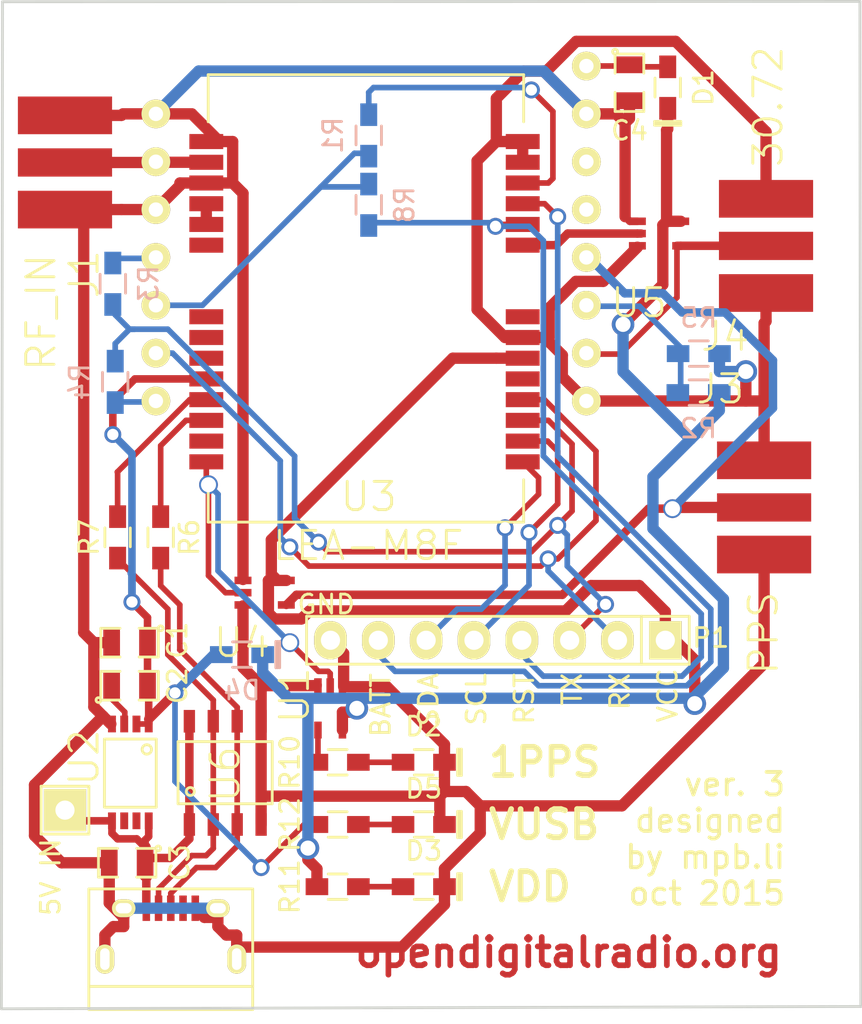
<source format=kicad_pcb>
(kicad_pcb (version 20171130) (host pcbnew "(5.1.12)-1")

  (general
    (thickness 1.6)
    (drawings 22)
    (tracks 482)
    (zones 0)
    (modules 33)
    (nets 32)
  )

  (page A4)
  (layers
    (0 F.Cu signal)
    (31 B.Cu signal)
    (32 B.Adhes user hide)
    (33 F.Adhes user hide)
    (34 B.Paste user hide)
    (35 F.Paste user hide)
    (36 B.SilkS user hide)
    (37 F.SilkS user hide)
    (38 B.Mask user hide)
    (39 F.Mask user hide)
    (40 Dwgs.User user hide)
    (41 Cmts.User user hide)
    (42 Eco1.User user hide)
    (43 Eco2.User user hide)
    (44 Edge.Cuts user)
    (45 Margin user hide)
    (46 B.CrtYd user hide)
    (47 F.CrtYd user hide)
    (48 B.Fab user hide)
    (49 F.Fab user hide)
  )

  (setup
    (last_trace_width 0.3)
    (user_trace_width 0.3)
    (user_trace_width 0.4)
    (user_trace_width 0.5)
    (user_trace_width 0.6)
    (trace_clearance 0.2)
    (zone_clearance 0.3)
    (zone_45_only no)
    (trace_min 0.254)
    (via_size 0.9)
    (via_drill 0.6)
    (via_min_size 0.889)
    (via_min_drill 0.508)
    (uvia_size 0.508)
    (uvia_drill 0.127)
    (uvias_allowed no)
    (uvia_min_size 0.508)
    (uvia_min_drill 0.127)
    (edge_width 0.15)
    (segment_width 0.2)
    (pcb_text_width 0.3)
    (pcb_text_size 1.5 1.5)
    (mod_edge_width 0.15)
    (mod_text_size 1.5 1.5)
    (mod_text_width 0.15)
    (pad_size 2.2352 2.2352)
    (pad_drill 1.016)
    (pad_to_mask_clearance 0.2)
    (aux_axis_origin 0 0)
    (grid_origin 201.4601 75.3999)
    (visible_elements 7FFFFFFF)
    (pcbplotparams
      (layerselection 0x020f0_80000001)
      (usegerberextensions false)
      (usegerberattributes true)
      (usegerberadvancedattributes true)
      (creategerberjobfile true)
      (excludeedgelayer true)
      (linewidth 0.100000)
      (plotframeref false)
      (viasonmask false)
      (mode 1)
      (useauxorigin false)
      (hpglpennumber 1)
      (hpglpenspeed 20)
      (hpglpendiameter 15.000000)
      (psnegative false)
      (psa4output false)
      (plotreference true)
      (plotvalue true)
      (plotinvisibletext false)
      (padsonsilk false)
      (subtractmaskfromsilk false)
      (outputformat 1)
      (mirror false)
      (drillshape 0)
      (scaleselection 1)
      (outputdirectory "out/"))
  )

  (net 0 "")
  (net 1 "Net-(C2-Pad1)")
  (net 2 VCC)
  (net 3 GND)
  (net 4 /5VUSB)
  (net 5 "Net-(CON1-Pad2)")
  (net 6 "Net-(CON1-Pad3)")
  (net 7 /PPS_BUFF)
  (net 8 /REFCLK_BUFF)
  (net 9 /RXD)
  (net 10 /TXD)
  (net 11 /SB_N)
  (net 12 /SCL)
  (net 13 /SDA)
  (net 14 "Net-(R6-Pad2)")
  (net 15 "Net-(R7-Pad2)")
  (net 16 /M8F_PPS)
  (net 17 "Net-(R3-Pad2)")
  (net 18 "Net-(R4-Pad2)")
  (net 19 /REFCLK)
  (net 20 /RF_IN)
  (net 21 /VANT)
  (net 22 /LOCK)
  (net 23 /ISP_N)
  (net 24 /VDDUSB)
  (net 25 /VBKP)
  (net 26 /RESET_N)
  (net 27 "Net-(R10-Pad1)")
  (net 28 /VDD_B200)
  (net 29 "Net-(D2-Pad1)")
  (net 30 "Net-(D3-Pad1)")
  (net 31 "Net-(D5-Pad1)")

  (net_class Default "This is the default net class."
    (clearance 0.2)
    (trace_width 0.3)
    (via_dia 0.9)
    (via_drill 0.6)
    (uvia_dia 0.508)
    (uvia_drill 0.127)
    (add_net /ISP_N)
    (add_net /LOCK)
    (add_net /RESET_N)
    (add_net /RXD)
    (add_net /SB_N)
    (add_net /SCL)
    (add_net /SDA)
    (add_net /TXD)
    (add_net /VBKP)
    (add_net /VDDUSB)
    (add_net /VDD_B200)
    (add_net "Net-(C2-Pad1)")
    (add_net "Net-(CON1-Pad2)")
    (add_net "Net-(CON1-Pad3)")
    (add_net "Net-(D2-Pad1)")
    (add_net "Net-(D3-Pad1)")
    (add_net "Net-(D5-Pad1)")
    (add_net "Net-(R10-Pad1)")
    (add_net "Net-(R3-Pad2)")
    (add_net "Net-(R4-Pad2)")
    (add_net "Net-(R6-Pad2)")
    (add_net "Net-(R7-Pad2)")
  )

  (net_class Power ""
    (clearance 0.2)
    (trace_width 0.6)
    (via_dia 1.2)
    (via_drill 0.8)
    (uvia_dia 0.508)
    (uvia_drill 0.127)
    (add_net /5VUSB)
    (add_net /VANT)
    (add_net GND)
    (add_net VCC)
  )

  (net_class RF ""
    (clearance 0.2)
    (trace_width 0.45)
    (via_dia 1)
    (via_drill 0.8)
    (uvia_dia 0.508)
    (uvia_drill 0.127)
    (add_net /M8F_PPS)
    (add_net /PPS_BUFF)
    (add_net /REFCLK)
    (add_net /REFCLK_BUFF)
    (add_net /RF_IN)
  )

  (module SMD_Packages:SMD-0805 (layer F.Cu) (tedit 54DDEC95) (tstamp 54988308)
    (at 182.664 108.42 180)
    (path /54C26751)
    (attr smd)
    (fp_text reference C3 (at -2.794 0 270) (layer F.SilkS)
      (effects (font (size 1 1) (thickness 0.15)))
    )
    (fp_text value 1uF (at 0 0.381 180) (layer F.SilkS) hide
      (effects (font (size 1 1) (thickness 0.15)))
    )
    (fp_line (start 1.524 0.762) (end 0.508 0.762) (layer F.SilkS) (width 0.15))
    (fp_line (start 1.524 -0.762) (end 1.524 0.762) (layer F.SilkS) (width 0.15))
    (fp_line (start 0.508 -0.762) (end 1.524 -0.762) (layer F.SilkS) (width 0.15))
    (fp_line (start -1.524 -0.762) (end -0.508 -0.762) (layer F.SilkS) (width 0.15))
    (fp_line (start -1.524 0.762) (end -1.524 -0.762) (layer F.SilkS) (width 0.15))
    (fp_line (start -0.508 0.762) (end -1.524 0.762) (layer F.SilkS) (width 0.15))
    (fp_circle (center -1.651 0.762) (end -1.651 0.635) (layer F.SilkS) (width 0.15))
    (pad 1 smd rect (at -0.9525 0 180) (size 0.889 1.397) (layers F.Cu F.Paste F.Mask)
      (net 4 /5VUSB))
    (pad 2 smd rect (at 0.9525 0 180) (size 0.889 1.397) (layers F.Cu F.Paste F.Mask)
      (net 3 GND))
    (model SMD_Packages/SMD-0805.wrl
      (at (xyz 0 0 0))
      (scale (xyz 0.1 0.1 0.1))
      (rotate (xyz 0 0 0))
    )
  )

  (module Connect:USB_Micro-B (layer F.Cu) (tedit 54B0E373) (tstamp 54988349)
    (at 183.68 110.833 90)
    (descr "Micro USB Type B Receptacle")
    (tags "USB, micro, type B, receptacle")
    (path /545CEFFD)
    (fp_text reference CON1 (at -3.125 -4.575 90) (layer F.SilkS) hide
      (effects (font (size 1 1) (thickness 0.15)))
    )
    (fp_text value USB-MICRO-B (at -3 7.5 90) (layer F.SilkS) hide
      (effects (font (size 1 1) (thickness 0.15)))
    )
    (fp_line (start -5.38 -3.05) (end 1.025 -3.05) (layer F.SilkS) (width 0.15))
    (fp_line (start -4.15 5.65) (end -4.15 -3.05) (layer F.SilkS) (width 0.15))
    (fp_line (start 1.025 5.65) (end -5.38 5.65) (layer F.SilkS) (width 0.15))
    (fp_line (start 1.025 -3.05) (end 1.025 5.65) (layer F.SilkS) (width 0.15))
    (fp_line (start -5.38 -3.05) (end -5.38 5.65) (layer F.SilkS) (width 0.15))
    (pad 1 smd rect (at 0 0 90) (size 1.35 0.4) (layers F.Cu F.Paste F.Mask)
      (net 4 /5VUSB))
    (pad 2 smd rect (at 0 0.65 90) (size 1.35 0.4) (layers F.Cu F.Paste F.Mask)
      (net 5 "Net-(CON1-Pad2)"))
    (pad 3 smd rect (at 0 1.3 90) (size 1.35 0.4) (layers F.Cu F.Paste F.Mask)
      (net 6 "Net-(CON1-Pad3)"))
    (pad 4 smd rect (at 0 1.95 90) (size 1.35 0.4) (layers F.Cu F.Paste F.Mask))
    (pad 5 smd rect (at 0 2.6 90) (size 1.35 0.4) (layers F.Cu F.Paste F.Mask)
      (net 3 GND))
    (pad 6 thru_hole oval (at 0 -1.2 90) (size 0.95 1.25) (drill oval 0.55 0.85) (layers *.Cu *.Mask F.SilkS)
      (net 3 GND))
    (pad 7 thru_hole oval (at 0 3.8 90) (size 0.95 1.25) (drill oval 0.55 0.85) (layers *.Cu *.Mask F.SilkS)
      (net 3 GND))
    (pad 8 thru_hole oval (at -2.7 -2.2 90) (size 1.55 1) (drill oval 1.15 0.5) (layers *.Cu *.Mask F.SilkS)
      (net 3 GND))
    (pad 9 thru_hole oval (at -2.7 4.8 90) (size 1.55 1) (drill oval 1.15 0.5) (layers *.Cu *.Mask F.SilkS)
      (net 3 GND))
  )

  (module lea-m8f:SMA_SIDE (layer F.Cu) (tedit 54DDEB82) (tstamp 54988350)
    (at 179.362 73.7489 180)
    (path /545CF86E)
    (fp_text reference J1 (at -1.016 -3.429 270) (layer F.SilkS)
      (effects (font (size 1.5 1.5) (thickness 0.15)))
    )
    (fp_text value RF_IN (at 1.27 -5.461 270) (layer F.SilkS)
      (effects (font (size 1.5 1.5) (thickness 0.15)))
    )
    (pad 1 smd rect (at 0 0 180) (size 5 2) (layers F.Cu F.Paste F.Mask)
      (net 3 GND))
    (pad 2 smd rect (at 0 2.5 180) (size 5 1.5) (layers F.Cu F.Paste F.Mask)
      (net 20 /RF_IN))
    (pad 3 smd rect (at 0 5 180) (size 5 2) (layers F.Cu F.Paste F.Mask)
      (net 3 GND))
  )

  (module lea-m8f:SMA_SIDE (layer F.Cu) (tedit 54DDECAD) (tstamp 54988357)
    (at 216.484 87.0585)
    (path /545CF9D0)
    (fp_text reference J3 (at -2.3241 -3.7846) (layer F.SilkS)
      (effects (font (size 1.5 1.5) (thickness 0.15)))
    )
    (fp_text value PPS (at -0.0381 9.1694 90) (layer F.SilkS)
      (effects (font (size 1.5 1.5) (thickness 0.15)))
    )
    (pad 1 smd rect (at 0 0) (size 5 2) (layers F.Cu F.Paste F.Mask)
      (net 3 GND))
    (pad 2 smd rect (at 0 2.5) (size 5 1.5) (layers F.Cu F.Paste F.Mask)
      (net 7 /PPS_BUFF))
    (pad 3 smd rect (at 0 5) (size 5 2) (layers F.Cu F.Paste F.Mask)
      (net 3 GND))
  )

  (module lea-m8f:SMA_SIDE (layer F.Cu) (tedit 54DDEB57) (tstamp 5498835E)
    (at 216.586 73.1774)
    (path /545CF973)
    (fp_text reference J4 (at -2.1717 7.3025 180) (layer F.SilkS)
      (effects (font (size 1.5 1.5) (thickness 0.15)))
    )
    (fp_text value 30.72 (at 0.1143 -4.8895 90) (layer F.SilkS)
      (effects (font (size 1.5 1.5) (thickness 0.15)))
    )
    (pad 1 smd rect (at 0 0) (size 5 2) (layers F.Cu F.Paste F.Mask)
      (net 3 GND))
    (pad 2 smd rect (at 0 2.5) (size 5 1.5) (layers F.Cu F.Paste F.Mask)
      (net 8 /REFCLK_BUFF))
    (pad 3 smd rect (at 0 5) (size 5 2) (layers F.Cu F.Paste F.Mask)
      (net 3 GND))
  )

  (module Pin_Headers:Pin_Header_Straight_1x08 (layer F.Cu) (tedit 54C27FC3) (tstamp 54B2E951)
    (at 202.349 96.6089 180)
    (descr "Through hole pin header")
    (tags "pin header")
    (path /545D2C83)
    (fp_text reference P1 (at -11.303 0.127 180) (layer F.SilkS)
      (effects (font (size 1 1) (thickness 0.15)))
    )
    (fp_text value CONN_01X08 (at 0 0 180) (layer F.SilkS) hide
      (effects (font (size 1 1) (thickness 0.15)))
    )
    (fp_line (start -10.16 1.27) (end -7.62 1.27) (layer F.SilkS) (width 0.15))
    (fp_line (start -10.16 -1.27) (end -10.16 1.27) (layer F.SilkS) (width 0.15))
    (fp_line (start -7.62 -1.27) (end -7.62 1.27) (layer F.SilkS) (width 0.15))
    (fp_line (start -10.16 -1.27) (end -7.62 -1.27) (layer F.SilkS) (width 0.15))
    (fp_line (start 10.16 1.27) (end -7.62 1.27) (layer F.SilkS) (width 0.15))
    (fp_line (start 10.16 -1.27) (end 10.16 1.27) (layer F.SilkS) (width 0.15))
    (fp_line (start -7.62 -1.27) (end 10.16 -1.27) (layer F.SilkS) (width 0.15))
    (pad 1 thru_hole rect (at -8.89 0 180) (size 1.7272 2.032) (drill 1.016) (layers *.Cu *.Mask F.SilkS)
      (net 2 VCC))
    (pad 2 thru_hole oval (at -6.35 0 180) (size 1.7272 2.032) (drill 1.016) (layers *.Cu *.Mask F.SilkS)
      (net 9 /RXD))
    (pad 3 thru_hole oval (at -3.81 0 180) (size 1.7272 2.032) (drill 1.016) (layers *.Cu *.Mask F.SilkS)
      (net 10 /TXD))
    (pad 4 thru_hole oval (at -1.27 0 180) (size 1.7272 2.032) (drill 1.016) (layers *.Cu *.Mask F.SilkS)
      (net 26 /RESET_N))
    (pad 5 thru_hole oval (at 1.27 0 180) (size 1.7272 2.032) (drill 1.016) (layers *.Cu *.Mask F.SilkS)
      (net 12 /SCL))
    (pad 6 thru_hole oval (at 3.81 0 180) (size 1.7272 2.032) (drill 1.016) (layers *.Cu *.Mask F.SilkS)
      (net 13 /SDA))
    (pad 7 thru_hole oval (at 6.35 0 180) (size 1.7272 2.032) (drill 1.016) (layers *.Cu *.Mask F.SilkS)
      (net 25 /VBKP))
    (pad 8 thru_hole oval (at 8.89 0 180) (size 1.7272 2.032) (drill 1.016) (layers *.Cu *.Mask F.SilkS)
      (net 3 GND))
    (model Pin_Headers/Pin_Header_Straight_1x08.wrl
      (at (xyz 0 0 0))
      (scale (xyz 1 1 1))
      (rotate (xyz 0 0 0))
    )
  )

  (module lea-m8f:SO-8 (layer F.Cu) (tedit 54C24D79) (tstamp 549883F2)
    (at 185.966 106.388 90)
    (path /54986A94)
    (fp_text reference U6 (at 2.667 1.905 90) (layer F.SilkS)
      (effects (font (size 1.5 1.5) (thickness 0.15)))
    )
    (fp_text value USB6B1 (at 8.5471 5.6515 90) (layer F.SilkS) hide
      (effects (font (size 1.5 1.5) (thickness 0.15)))
    )
    (fp_line (start 4.4 -0.6) (end 1.1 -0.6) (layer F.SilkS) (width 0.15))
    (fp_line (start 4.4 4.4) (end 4.4 -0.6) (layer F.SilkS) (width 0.15))
    (fp_line (start 1.1 4.4) (end 4.4 4.4) (layer F.SilkS) (width 0.15))
    (fp_line (start 1.1 -0.6) (end 1.1 4.4) (layer F.SilkS) (width 0.15))
    (fp_circle (center 1.75 0.05) (end 1.9 0.2) (layer F.SilkS) (width 0.15))
    (pad 1 smd rect (at 0 0 90) (size 1.2 0.6) (layers F.Cu F.Paste F.Mask)
      (net 4 /5VUSB))
    (pad 2 smd rect (at 0 1.27 90) (size 1.2 0.6) (layers F.Cu F.Paste F.Mask)
      (net 5 "Net-(CON1-Pad2)"))
    (pad 3 smd rect (at 0 2.54 90) (size 1.2 0.6) (layers F.Cu F.Paste F.Mask)
      (net 6 "Net-(CON1-Pad3)"))
    (pad 4 smd rect (at 0 3.81 90) (size 1.2 0.6) (layers F.Cu F.Paste F.Mask)
      (net 3 GND))
    (pad 5 smd rect (at 5.48 3.81 90) (size 1.2 0.6) (layers F.Cu F.Paste F.Mask)
      (net 3 GND))
    (pad 6 smd rect (at 5.48 2.54 90) (size 1.2 0.6) (layers F.Cu F.Paste F.Mask)
      (net 6 "Net-(CON1-Pad3)"))
    (pad 7 smd rect (at 5.48 1.27 90) (size 1.2 0.6) (layers F.Cu F.Paste F.Mask)
      (net 5 "Net-(CON1-Pad2)"))
    (pad 8 smd rect (at 5.48 0 90) (size 1.2 0.6) (layers F.Cu F.Paste F.Mask)
      (net 4 /5VUSB))
  )

  (module lea-m8f:GPSDO_B200 (layer F.Cu) (tedit 54B0E337) (tstamp 54AFFB12)
    (at 196.888 73.7489 270)
    (path /549886F0)
    (fp_text reference U100 (at 0 15.24 270) (layer F.SilkS) hide
      (effects (font (size 1.5 1.5) (thickness 0.15)))
    )
    (fp_text value B200_GPSDO (at 2.54 -12.7 270) (layer F.SilkS) hide
      (effects (font (size 1.5 1.5) (thickness 0.15)))
    )
    (pad 1 thru_hole circle (at 10.16 -10.16 270) (size 1.524 1.524) (drill 0.762) (layers *.Cu *.Mask F.SilkS)
      (net 3 GND))
    (pad 2 thru_hole circle (at 7.62 -10.16 270) (size 1.524 1.524) (drill 0.762) (layers *.Cu *.Mask F.SilkS)
      (net 8 /REFCLK_BUFF))
    (pad 3 thru_hole circle (at 5.08 -10.16 270) (size 1.524 1.524) (drill 0.762) (layers *.Cu *.Mask F.SilkS)
      (net 22 /LOCK))
    (pad 4 thru_hole circle (at 2.54 -10.16 270) (size 1.524 1.524) (drill 0.762) (layers *.Cu *.Mask F.SilkS)
      (net 7 /PPS_BUFF))
    (pad 5 thru_hole circle (at 0 -10.16 270) (size 1.524 1.524) (drill 0.762) (layers *.Cu *.Mask F.SilkS))
    (pad 6 thru_hole circle (at -2.54 -10.16 270) (size 1.524 1.524) (drill 0.762) (layers *.Cu *.Mask F.SilkS))
    (pad 7 thru_hole circle (at -5.08 -10.16 270) (size 1.524 1.524) (drill 0.762) (layers *.Cu *.Mask F.SilkS)
      (net 3 GND))
    (pad 8 thru_hole circle (at -7.62 -10.16 270) (size 1.524 1.524) (drill 0.762) (layers *.Cu *.Mask F.SilkS)
      (net 28 /VDD_B200))
    (pad 9 thru_hole circle (at -5.08 12.7 270) (size 1.524 1.524) (drill 0.762) (layers *.Cu *.Mask F.SilkS)
      (net 3 GND))
    (pad 10 thru_hole circle (at -2.54 12.7 270) (size 1.524 1.524) (drill 0.762) (layers *.Cu *.Mask F.SilkS)
      (net 20 /RF_IN))
    (pad 11 thru_hole circle (at 0 12.7 270) (size 1.524 1.524) (drill 0.762) (layers *.Cu *.Mask F.SilkS)
      (net 3 GND))
    (pad 12 thru_hole circle (at 2.54 12.7 270) (size 1.524 1.524) (drill 0.762) (layers *.Cu *.Mask F.SilkS)
      (net 17 "Net-(R3-Pad2)"))
    (pad 13 thru_hole circle (at 5.08 12.7 270) (size 1.524 1.524) (drill 0.762) (layers *.Cu *.Mask F.SilkS)
      (net 23 /ISP_N))
    (pad 14 thru_hole circle (at 7.62 12.7 270) (size 1.524 1.524) (drill 0.762) (layers *.Cu *.Mask F.SilkS)
      (net 9 /RXD))
    (pad 15 thru_hole circle (at 10.16 12.7 270) (size 1.524 1.524) (drill 0.762) (layers *.Cu *.Mask F.SilkS)
      (net 18 "Net-(R4-Pad2)"))
  )

  (module Resistors_SMD:R_0603_HandSoldering (layer F.Cu) (tedit 54C260CA) (tstamp 54C24B92)
    (at 193.84 103.086)
    (descr "Resistor SMD 0603, hand soldering")
    (tags "resistor 0603")
    (path /54C31E98)
    (attr smd)
    (fp_text reference R10 (at -2.54 0 90) (layer F.SilkS)
      (effects (font (size 1 1) (thickness 0.15)))
    )
    (fp_text value 510 (at 2.794 2.032) (layer F.SilkS) hide
      (effects (font (size 1 1) (thickness 0.15)))
    )
    (fp_line (start -0.5 -0.675) (end 0.5 -0.675) (layer F.SilkS) (width 0.15))
    (fp_line (start 0.5 0.675) (end -0.5 0.675) (layer F.SilkS) (width 0.15))
    (fp_line (start 2 -0.8) (end 2 0.8) (layer F.CrtYd) (width 0.05))
    (fp_line (start -2 -0.8) (end -2 0.8) (layer F.CrtYd) (width 0.05))
    (fp_line (start -2 0.8) (end 2 0.8) (layer F.CrtYd) (width 0.05))
    (fp_line (start -2 -0.8) (end 2 -0.8) (layer F.CrtYd) (width 0.05))
    (pad 1 smd rect (at -1.1 0) (size 1.2 0.9) (layers F.Cu F.Paste F.Mask)
      (net 27 "Net-(R10-Pad1)"))
    (pad 2 smd rect (at 1.1 0) (size 1.2 0.9) (layers F.Cu F.Paste F.Mask)
      (net 29 "Net-(D2-Pad1)"))
    (model Resistors_SMD/R_0603_HandSoldering.wrl
      (at (xyz 0 0 0))
      (scale (xyz 1 1 1))
      (rotate (xyz 0 0 0))
    )
  )

  (module Resistors_SMD:R_0603_HandSoldering (layer F.Cu) (tedit 54C260F3) (tstamp 54C24B9E)
    (at 193.84 109.69 180)
    (descr "Resistor SMD 0603, hand soldering")
    (tags "resistor 0603")
    (path /54C2FBB5)
    (attr smd)
    (fp_text reference R11 (at 2.54 0 270) (layer F.SilkS)
      (effects (font (size 1 1) (thickness 0.15)))
    )
    (fp_text value 510 (at 0 1.9 180) (layer F.SilkS) hide
      (effects (font (size 1 1) (thickness 0.15)))
    )
    (fp_line (start -0.5 -0.675) (end 0.5 -0.675) (layer F.SilkS) (width 0.15))
    (fp_line (start 0.5 0.675) (end -0.5 0.675) (layer F.SilkS) (width 0.15))
    (fp_line (start 2 -0.8) (end 2 0.8) (layer F.CrtYd) (width 0.05))
    (fp_line (start -2 -0.8) (end -2 0.8) (layer F.CrtYd) (width 0.05))
    (fp_line (start -2 0.8) (end 2 0.8) (layer F.CrtYd) (width 0.05))
    (fp_line (start -2 -0.8) (end 2 -0.8) (layer F.CrtYd) (width 0.05))
    (pad 1 smd rect (at -1.1 0 180) (size 1.2 0.9) (layers F.Cu F.Paste F.Mask)
      (net 30 "Net-(D3-Pad1)"))
    (pad 2 smd rect (at 1.1 0 180) (size 1.2 0.9) (layers F.Cu F.Paste F.Mask)
      (net 2 VCC))
    (model Resistors_SMD/R_0603_HandSoldering.wrl
      (at (xyz 0 0 0))
      (scale (xyz 1 1 1))
      (rotate (xyz 0 0 0))
    )
  )

  (module Resistors_SMD:R_0603_HandSoldering (layer F.Cu) (tedit 54C260CD) (tstamp 54C24BAA)
    (at 193.84 106.388)
    (descr "Resistor SMD 0603, hand soldering")
    (tags "resistor 0603")
    (path /54C2BB40)
    (attr smd)
    (fp_text reference R12 (at -2.54 0 90) (layer F.SilkS)
      (effects (font (size 1 1) (thickness 0.15)))
    )
    (fp_text value 510 (at 0 1.9) (layer F.SilkS) hide
      (effects (font (size 1 1) (thickness 0.15)))
    )
    (fp_line (start -0.5 -0.675) (end 0.5 -0.675) (layer F.SilkS) (width 0.15))
    (fp_line (start 0.5 0.675) (end -0.5 0.675) (layer F.SilkS) (width 0.15))
    (fp_line (start 2 -0.8) (end 2 0.8) (layer F.CrtYd) (width 0.05))
    (fp_line (start -2 -0.8) (end -2 0.8) (layer F.CrtYd) (width 0.05))
    (fp_line (start -2 0.8) (end 2 0.8) (layer F.CrtYd) (width 0.05))
    (fp_line (start -2 -0.8) (end 2 -0.8) (layer F.CrtYd) (width 0.05))
    (pad 1 smd rect (at -1.1 0) (size 1.2 0.9) (layers F.Cu F.Paste F.Mask)
      (net 24 /VDDUSB))
    (pad 2 smd rect (at 1.1 0) (size 1.2 0.9) (layers F.Cu F.Paste F.Mask)
      (net 31 "Net-(D5-Pad1)"))
    (model Resistors_SMD/R_0603_HandSoldering.wrl
      (at (xyz 0 0 0))
      (scale (xyz 1 1 1))
      (rotate (xyz 0 0 0))
    )
  )

  (module SMD_Packages:SMD-0805 (layer F.Cu) (tedit 54C25066) (tstamp 54C24C32)
    (at 182.791 96.7359 180)
    (path /54C2676B)
    (attr smd)
    (fp_text reference C1 (at -2.54 0.127 270) (layer F.SilkS)
      (effects (font (size 1 1) (thickness 0.15)))
    )
    (fp_text value 10uF (at 0 0.381 180) (layer F.SilkS) hide
      (effects (font (size 1 1) (thickness 0.15)))
    )
    (fp_line (start 1.524 0.762) (end 0.508 0.762) (layer F.SilkS) (width 0.15))
    (fp_line (start 1.524 -0.762) (end 1.524 0.762) (layer F.SilkS) (width 0.15))
    (fp_line (start 0.508 -0.762) (end 1.524 -0.762) (layer F.SilkS) (width 0.15))
    (fp_line (start -1.524 -0.762) (end -0.508 -0.762) (layer F.SilkS) (width 0.15))
    (fp_line (start -1.524 0.762) (end -1.524 -0.762) (layer F.SilkS) (width 0.15))
    (fp_line (start -0.508 0.762) (end -1.524 0.762) (layer F.SilkS) (width 0.15))
    (fp_circle (center -1.651 0.762) (end -1.651 0.635) (layer F.SilkS) (width 0.15))
    (pad 1 smd rect (at -0.9525 0 180) (size 0.889 1.397) (layers F.Cu F.Paste F.Mask)
      (net 24 /VDDUSB))
    (pad 2 smd rect (at 0.9525 0 180) (size 0.889 1.397) (layers F.Cu F.Paste F.Mask)
      (net 3 GND))
    (model SMD_Packages/SMD-0805.wrl
      (at (xyz 0 0 0))
      (scale (xyz 0.1 0.1 0.1))
      (rotate (xyz 0 0 0))
    )
  )

  (module SMD_Packages:SMD-0805 (layer F.Cu) (tedit 54C25068) (tstamp 54C24C38)
    (at 182.791 99.0219)
    (path /54C26777)
    (attr smd)
    (fp_text reference C2 (at 2.54 0 90) (layer F.SilkS)
      (effects (font (size 1 1) (thickness 0.15)))
    )
    (fp_text value 10nF (at -2.667 -1.524) (layer F.SilkS) hide
      (effects (font (size 1 1) (thickness 0.15)))
    )
    (fp_line (start 1.524 0.762) (end 0.508 0.762) (layer F.SilkS) (width 0.15))
    (fp_line (start 1.524 -0.762) (end 1.524 0.762) (layer F.SilkS) (width 0.15))
    (fp_line (start 0.508 -0.762) (end 1.524 -0.762) (layer F.SilkS) (width 0.15))
    (fp_line (start -1.524 -0.762) (end -0.508 -0.762) (layer F.SilkS) (width 0.15))
    (fp_line (start -1.524 0.762) (end -1.524 -0.762) (layer F.SilkS) (width 0.15))
    (fp_line (start -0.508 0.762) (end -1.524 0.762) (layer F.SilkS) (width 0.15))
    (fp_circle (center -1.651 0.762) (end -1.651 0.635) (layer F.SilkS) (width 0.15))
    (pad 1 smd rect (at -0.9525 0) (size 0.889 1.397) (layers F.Cu F.Paste F.Mask)
      (net 1 "Net-(C2-Pad1)"))
    (pad 2 smd rect (at 0.9525 0) (size 0.889 1.397) (layers F.Cu F.Paste F.Mask)
      (net 24 /VDDUSB))
    (model SMD_Packages/SMD-0805.wrl
      (at (xyz 0 0 0))
      (scale (xyz 0.1 0.1 0.1))
      (rotate (xyz 0 0 0))
    )
  )

  (module lea-m8f:LEA (layer F.Cu) (tedit 54C27EEC) (tstamp 54B00193)
    (at 195.466 77.8383)
    (tags "u-blox LEA")
    (path /545CEFAF)
    (solder_mask_margin 0.1)
    (clearance 0.1)
    (fp_text reference U3 (at 0.0254 11.1506) (layer F.SilkS)
      (effects (font (size 1.5 1.5) (thickness 0.15)))
    )
    (fp_text value LEA-M8F (at 0 13.75) (layer F.SilkS)
      (effects (font (size 1.5 1.5) (thickness 0.15)))
    )
    (fp_line (start 8.25 12.5) (end 8.25 10.25) (layer F.SilkS) (width 0.15))
    (fp_line (start -8.5 12.5) (end 8.25 12.5) (layer F.SilkS) (width 0.15))
    (fp_line (start -8.5 10.25) (end -8.5 12.5) (layer F.SilkS) (width 0.15))
    (fp_line (start 8.25 -11.25) (end 8.25 -8.75) (layer F.SilkS) (width 0.15))
    (fp_line (start -8.5 -11.25) (end 8.25 -11.25) (layer F.SilkS) (width 0.15))
    (fp_line (start -8.5 -8.75) (end -8.5 -11.25) (layer F.SilkS) (width 0.15))
    (pad 1 smd rect (at 8.2 9.3) (size 1.8 0.8) (layers F.Cu F.Paste F.Mask)
      (net 13 /SDA))
    (pad 2 smd rect (at 8.2 8.2) (size 1.8 0.8) (layers F.Cu F.Paste F.Mask)
      (net 12 /SCL))
    (pad 3 smd rect (at 8.2 7.1) (size 1.8 0.8) (layers F.Cu F.Paste F.Mask)
      (net 10 /TXD))
    (pad 4 smd rect (at 8.2 6) (size 1.8 0.8) (layers F.Cu F.Paste F.Mask)
      (net 9 /RXD))
    (pad 5 smd rect (at 8.2 4.9) (size 1.8 0.8) (layers F.Cu F.Paste F.Mask))
    (pad 6 smd rect (at 8.2 3.8) (size 1.8 0.8) (layers F.Cu F.Paste F.Mask)
      (net 2 VCC))
    (pad 7 smd rect (at 8.2 2.7) (size 1.8 0.8) (layers F.Cu F.Paste F.Mask)
      (net 3 GND))
    (pad 8 smd rect (at 8.2 1.6) (size 1.8 0.8) (layers F.Cu F.Paste F.Mask))
    (pad 9 smd rect (at 8.2 -2.2) (size 1.8 0.8) (layers F.Cu F.Paste F.Mask)
      (net 19 /REFCLK))
    (pad 10 smd rect (at 8.2 -3.3) (size 1.8 0.8) (layers F.Cu F.Paste F.Mask)
      (net 26 /RESET_N))
    (pad 11 smd rect (at 8.2 -4.4) (size 1.8 0.8) (layers F.Cu F.Paste F.Mask)
      (net 25 /VBKP))
    (pad 12 smd rect (at 8.2 -5.5) (size 1.8 0.8) (layers F.Cu F.Paste F.Mask)
      (net 11 /SB_N))
    (pad 13 smd rect (at 8.2 -6.6) (size 1.8 0.8) (layers F.Cu F.Paste F.Mask)
      (net 3 GND))
    (pad 14 smd rect (at 8.2 -7.7) (size 1.8 0.8) (layers F.Cu F.Paste F.Mask)
      (net 3 GND))
    (pad 15 smd rect (at -8.6 -7.7) (size 1.8 0.8) (layers F.Cu F.Paste F.Mask)
      (net 3 GND) (clearance 0.1))
    (pad 16 smd rect (at -8.6 -6.6) (size 1.8 0.8) (layers F.Cu F.Paste F.Mask)
      (net 20 /RF_IN))
    (pad 17 smd rect (at -8.6 -5.5) (size 1.8 0.8) (layers F.Cu F.Paste F.Mask)
      (net 3 GND))
    (pad 18 smd rect (at -8.6 -4.4) (size 1.8 0.8) (layers F.Cu F.Paste F.Mask)
      (net 21 /VANT))
    (pad 19 smd rect (at -8.6 -3.3) (size 1.8 0.8) (layers F.Cu F.Paste F.Mask)
      (net 21 /VANT))
    (pad 20 smd rect (at -8.6 -2.2) (size 1.8 0.8) (layers F.Cu F.Paste F.Mask))
    (pad 21 smd rect (at -8.6 1.6) (size 1.8 0.8) (layers F.Cu F.Paste F.Mask))
    (pad 22 smd rect (at -8.6 2.7) (size 1.8 0.8) (layers F.Cu F.Paste F.Mask))
    (pad 23 smd rect (at -8.6 3.8) (size 1.8 0.8) (layers F.Cu F.Paste F.Mask))
    (pad 24 smd rect (at -8.6 4.9) (size 1.8 0.8) (layers F.Cu F.Paste F.Mask)
      (net 24 /VDDUSB))
    (pad 25 smd rect (at -8.6 6) (size 1.8 0.8) (layers F.Cu F.Paste F.Mask)
      (net 15 "Net-(R7-Pad2)"))
    (pad 26 smd rect (at -8.6 7.1) (size 1.8 0.8) (layers F.Cu F.Paste F.Mask)
      (net 14 "Net-(R6-Pad2)"))
    (pad 27 smd rect (at -8.6 8.2) (size 1.8 0.8) (layers F.Cu F.Paste F.Mask))
    (pad 28 smd rect (at -8.6 9.3) (size 1.8 0.8) (layers F.Cu F.Paste F.Mask)
      (net 16 /M8F_PPS))
  )

  (module lea-m8f:MS8 (layer F.Cu) (tedit 54DDDD6F) (tstamp 54C24C49)
    (at 183.807 101.054 270)
    (path /54C26747)
    (solder_mask_margin 0.05)
    (clearance 0.05)
    (fp_text reference U2 (at 1.778 3.429 270) (layer F.SilkS)
      (effects (font (size 1.5 1.5) (thickness 0.15)))
    )
    (fp_text value LT1962 (at 2.794 3.81 270) (layer F.SilkS) hide
      (effects (font (size 1.5 1.5) (thickness 0.15)))
    )
    (fp_line (start 0.8 2.35) (end 0.8 -0.4) (layer F.SilkS) (width 0.15))
    (fp_line (start 4.4 2.35) (end 0.8 2.35) (layer F.SilkS) (width 0.15))
    (fp_line (start 4.416 -0.4) (end 4.416 2.35) (layer F.SilkS) (width 0.15))
    (fp_line (start 0.8 -0.4) (end 4.4 -0.4) (layer F.SilkS) (width 0.15))
    (fp_circle (center 1.35 0.1) (end 1.5 0.3) (layer F.SilkS) (width 0.15))
    (pad 1 smd rect (at 0 0 270) (size 0.889 0.42) (layers F.Cu F.Paste F.Mask)
      (net 24 /VDDUSB))
    (pad 2 smd rect (at 0 0.65 270) (size 0.889 0.42) (layers F.Cu F.Paste F.Mask)
      (net 24 /VDDUSB))
    (pad 3 smd rect (at 0 1.3 270) (size 0.889 0.42) (layers F.Cu F.Paste F.Mask)
      (net 1 "Net-(C2-Pad1)"))
    (pad 4 smd rect (at 0 1.95 270) (size 0.889 0.42) (layers F.Cu F.Paste F.Mask)
      (net 3 GND))
    (pad 5 smd rect (at 5.139 1.95 270) (size 0.889 0.42) (layers F.Cu F.Paste F.Mask)
      (net 4 /5VUSB))
    (pad 6 smd rect (at 5.139 1.3 270) (size 0.889 0.42) (layers F.Cu F.Paste F.Mask))
    (pad 7 smd rect (at 5.139 0.65 270) (size 0.889 0.42) (layers F.Cu F.Paste F.Mask))
    (pad 8 smd rect (at 5.139 0 270) (size 0.889 0.42) (layers F.Cu F.Paste F.Mask)
      (net 4 /5VUSB))
  )

  (module SMD_Packages:SMD-0805 (layer F.Cu) (tedit 54DDDDC2) (tstamp 54DDDD51)
    (at 209.334 67.0179 270)
    (path /54DDF6BB)
    (attr smd)
    (fp_text reference C4 (at 2.54 0) (layer F.SilkS)
      (effects (font (size 1 1) (thickness 0.15)))
    )
    (fp_text value 1uF (at 0 0.381 270) (layer F.SilkS) hide
      (effects (font (size 1 1) (thickness 0.15)))
    )
    (fp_line (start 1.524 0.762) (end 0.508 0.762) (layer F.SilkS) (width 0.15))
    (fp_line (start 1.524 -0.762) (end 1.524 0.762) (layer F.SilkS) (width 0.15))
    (fp_line (start 0.508 -0.762) (end 1.524 -0.762) (layer F.SilkS) (width 0.15))
    (fp_line (start -1.524 -0.762) (end -0.508 -0.762) (layer F.SilkS) (width 0.15))
    (fp_line (start -1.524 0.762) (end -1.524 -0.762) (layer F.SilkS) (width 0.15))
    (fp_line (start -0.508 0.762) (end -1.524 0.762) (layer F.SilkS) (width 0.15))
    (fp_circle (center -1.651 0.762) (end -1.651 0.635) (layer F.SilkS) (width 0.15))
    (pad 1 smd rect (at -0.9525 0 270) (size 0.889 1.397) (layers F.Cu F.Paste F.Mask)
      (net 28 /VDD_B200))
    (pad 2 smd rect (at 0.9525 0 270) (size 0.889 1.397) (layers F.Cu F.Paste F.Mask)
      (net 3 GND))
    (model SMD_Packages/SMD-0805.wrl
      (at (xyz 0 0 0))
      (scale (xyz 0.1 0.1 0.1))
      (rotate (xyz 0 0 0))
    )
  )

  (module Pin_Headers:Pin_Header_Straight_1x01 (layer F.Cu) (tedit 54DDEB11) (tstamp 54DDDD56)
    (at 179.362 105.626)
    (descr "Through hole pin header")
    (tags "pin header")
    (path /54DE127F)
    (fp_text reference P2 (at -0.508 2.032) (layer F.SilkS) hide
      (effects (font (size 1 1) (thickness 0.15)))
    )
    (fp_text value "5V IN" (at -0.762 3.556 90) (layer F.SilkS)
      (effects (font (size 1 1) (thickness 0.15)))
    )
    (fp_line (start 1.27 -1.27) (end -1.27 -1.27) (layer F.SilkS) (width 0.15))
    (fp_line (start 1.27 1.27) (end 1.27 -1.27) (layer F.SilkS) (width 0.15))
    (fp_line (start -1.27 1.27) (end 1.27 1.27) (layer F.SilkS) (width 0.15))
    (fp_line (start -1.27 -1.27) (end -1.27 1.27) (layer F.SilkS) (width 0.15))
    (pad 1 thru_hole rect (at 0 0) (size 2.2352 2.2352) (drill 1.016) (layers *.Cu *.Mask F.SilkS)
      (net 4 /5VUSB))
    (model Pin_Headers/Pin_Header_Straight_1x01.wrl
      (at (xyz 0 0 0))
      (scale (xyz 1 1 1))
      (rotate (xyz 0 0 0))
    )
  )

  (module Resistors_SMD:R_0603_HandSoldering (layer B.Cu) (tedit 54DDE32C) (tstamp 54DDDE11)
    (at 195.491 69.8119 270)
    (descr "Resistor SMD 0603, hand soldering")
    (tags "resistor 0603")
    (path /54989F6E)
    (attr smd)
    (fp_text reference R1 (at 0 1.9 270) (layer B.SilkS)
      (effects (font (size 1 1) (thickness 0.15)) (justify mirror))
    )
    (fp_text value DNF (at 0 -1.9 270) (layer B.SilkS) hide
      (effects (font (size 1 1) (thickness 0.15)) (justify mirror))
    )
    (fp_line (start -0.5 0.675) (end 0.5 0.675) (layer B.SilkS) (width 0.15))
    (fp_line (start 0.5 -0.675) (end -0.5 -0.675) (layer B.SilkS) (width 0.15))
    (fp_line (start 2 0.8) (end 2 -0.8) (layer B.CrtYd) (width 0.05))
    (fp_line (start -2 0.8) (end -2 -0.8) (layer B.CrtYd) (width 0.05))
    (fp_line (start -2 -0.8) (end 2 -0.8) (layer B.CrtYd) (width 0.05))
    (fp_line (start -2 0.8) (end 2 0.8) (layer B.CrtYd) (width 0.05))
    (pad 1 smd rect (at -1.1 0 270) (size 1.2 0.9) (layers B.Cu B.Paste B.Mask)
      (net 11 /SB_N))
    (pad 2 smd rect (at 1.1 0 270) (size 1.2 0.9) (layers B.Cu B.Paste B.Mask)
      (net 23 /ISP_N))
    (model Resistors_SMD/R_0603_HandSoldering.wrl
      (at (xyz 0 0 0))
      (scale (xyz 1 1 1))
      (rotate (xyz 0 0 0))
    )
  )

  (module Resistors_SMD:R_0603_HandSoldering (layer B.Cu) (tedit 54DDDDE9) (tstamp 54DDDE16)
    (at 213.004 83.4644)
    (descr "Resistor SMD 0603, hand soldering")
    (tags "resistor 0603")
    (path /5498993B)
    (attr smd)
    (fp_text reference R2 (at 0 1.9) (layer B.SilkS)
      (effects (font (size 1 1) (thickness 0.15)) (justify mirror))
    )
    (fp_text value 0 (at 0 -1.9) (layer B.SilkS) hide
      (effects (font (size 1 1) (thickness 0.15)) (justify mirror))
    )
    (fp_line (start -0.5 0.675) (end 0.5 0.675) (layer B.SilkS) (width 0.15))
    (fp_line (start 0.5 -0.675) (end -0.5 -0.675) (layer B.SilkS) (width 0.15))
    (fp_line (start 2 0.8) (end 2 -0.8) (layer B.CrtYd) (width 0.05))
    (fp_line (start -2 0.8) (end -2 -0.8) (layer B.CrtYd) (width 0.05))
    (fp_line (start -2 -0.8) (end 2 -0.8) (layer B.CrtYd) (width 0.05))
    (fp_line (start -2 0.8) (end 2 0.8) (layer B.CrtYd) (width 0.05))
    (pad 1 smd rect (at -1.1 0) (size 1.2 0.9) (layers B.Cu B.Paste B.Mask)
      (net 22 /LOCK))
    (pad 2 smd rect (at 1.1 0) (size 1.2 0.9) (layers B.Cu B.Paste B.Mask)
      (net 2 VCC))
    (model Resistors_SMD/R_0603_HandSoldering.wrl
      (at (xyz 0 0 0))
      (scale (xyz 1 1 1))
      (rotate (xyz 0 0 0))
    )
  )

  (module Resistors_SMD:R_0603_HandSoldering (layer B.Cu) (tedit 54DDDE16) (tstamp 54DDDE1B)
    (at 181.902 77.6859 90)
    (descr "Resistor SMD 0603, hand soldering")
    (tags "resistor 0603")
    (path /54989489)
    (attr smd)
    (fp_text reference R3 (at 0 1.9 90) (layer B.SilkS)
      (effects (font (size 1 1) (thickness 0.15)) (justify mirror))
    )
    (fp_text value 0 (at 0 -1.9 90) (layer B.SilkS) hide
      (effects (font (size 1 1) (thickness 0.15)) (justify mirror))
    )
    (fp_line (start -0.5 0.675) (end 0.5 0.675) (layer B.SilkS) (width 0.15))
    (fp_line (start 0.5 -0.675) (end -0.5 -0.675) (layer B.SilkS) (width 0.15))
    (fp_line (start 2 0.8) (end 2 -0.8) (layer B.CrtYd) (width 0.05))
    (fp_line (start -2 0.8) (end -2 -0.8) (layer B.CrtYd) (width 0.05))
    (fp_line (start -2 -0.8) (end 2 -0.8) (layer B.CrtYd) (width 0.05))
    (fp_line (start -2 0.8) (end 2 0.8) (layer B.CrtYd) (width 0.05))
    (pad 1 smd rect (at -1.1 0 90) (size 1.2 0.9) (layers B.Cu B.Paste B.Mask)
      (net 10 /TXD))
    (pad 2 smd rect (at 1.1 0 90) (size 1.2 0.9) (layers B.Cu B.Paste B.Mask)
      (net 17 "Net-(R3-Pad2)"))
    (model Resistors_SMD/R_0603_HandSoldering.wrl
      (at (xyz 0 0 0))
      (scale (xyz 1 1 1))
      (rotate (xyz 0 0 0))
    )
  )

  (module Resistors_SMD:R_0603_HandSoldering (layer B.Cu) (tedit 54DDDE1A) (tstamp 54DDDE20)
    (at 182.029 82.8929 270)
    (descr "Resistor SMD 0603, hand soldering")
    (tags "resistor 0603")
    (path /54989503)
    (attr smd)
    (fp_text reference R4 (at 0 1.9 270) (layer B.SilkS)
      (effects (font (size 1 1) (thickness 0.15)) (justify mirror))
    )
    (fp_text value 0 (at 0 -1.9 270) (layer B.SilkS) hide
      (effects (font (size 1 1) (thickness 0.15)) (justify mirror))
    )
    (fp_line (start -0.5 0.675) (end 0.5 0.675) (layer B.SilkS) (width 0.15))
    (fp_line (start 0.5 -0.675) (end -0.5 -0.675) (layer B.SilkS) (width 0.15))
    (fp_line (start 2 0.8) (end 2 -0.8) (layer B.CrtYd) (width 0.05))
    (fp_line (start -2 0.8) (end -2 -0.8) (layer B.CrtYd) (width 0.05))
    (fp_line (start -2 -0.8) (end 2 -0.8) (layer B.CrtYd) (width 0.05))
    (fp_line (start -2 0.8) (end 2 0.8) (layer B.CrtYd) (width 0.05))
    (pad 1 smd rect (at -1.1 0 270) (size 1.2 0.9) (layers B.Cu B.Paste B.Mask)
      (net 10 /TXD))
    (pad 2 smd rect (at 1.1 0 270) (size 1.2 0.9) (layers B.Cu B.Paste B.Mask)
      (net 18 "Net-(R4-Pad2)"))
    (model Resistors_SMD/R_0603_HandSoldering.wrl
      (at (xyz 0 0 0))
      (scale (xyz 1 1 1))
      (rotate (xyz 0 0 0))
    )
  )

  (module Resistors_SMD:R_0603_HandSoldering (layer B.Cu) (tedit 54DDDDEC) (tstamp 54DDDE25)
    (at 213.017 81.3943 180)
    (descr "Resistor SMD 0603, hand soldering")
    (tags "resistor 0603")
    (path /549899C6)
    (attr smd)
    (fp_text reference R5 (at 0 1.9 180) (layer B.SilkS)
      (effects (font (size 1 1) (thickness 0.15)) (justify mirror))
    )
    (fp_text value DNF (at 0 -1.9 180) (layer B.SilkS) hide
      (effects (font (size 1 1) (thickness 0.15)) (justify mirror))
    )
    (fp_line (start -0.5 0.675) (end 0.5 0.675) (layer B.SilkS) (width 0.15))
    (fp_line (start 0.5 -0.675) (end -0.5 -0.675) (layer B.SilkS) (width 0.15))
    (fp_line (start 2 0.8) (end 2 -0.8) (layer B.CrtYd) (width 0.05))
    (fp_line (start -2 0.8) (end -2 -0.8) (layer B.CrtYd) (width 0.05))
    (fp_line (start -2 -0.8) (end 2 -0.8) (layer B.CrtYd) (width 0.05))
    (fp_line (start -2 0.8) (end 2 0.8) (layer B.CrtYd) (width 0.05))
    (pad 1 smd rect (at -1.1 0 180) (size 1.2 0.9) (layers B.Cu B.Paste B.Mask)
      (net 3 GND))
    (pad 2 smd rect (at 1.1 0 180) (size 1.2 0.9) (layers B.Cu B.Paste B.Mask)
      (net 22 /LOCK))
    (model Resistors_SMD/R_0603_HandSoldering.wrl
      (at (xyz 0 0 0))
      (scale (xyz 1 1 1))
      (rotate (xyz 0 0 0))
    )
  )

  (module Resistors_SMD:R_0603_HandSoldering (layer F.Cu) (tedit 54DDDE4E) (tstamp 54DDDE2A)
    (at 184.442 91.1479 90)
    (descr "Resistor SMD 0603, hand soldering")
    (tags "resistor 0603")
    (path /549865E2)
    (attr smd)
    (fp_text reference R6 (at 0 1.524 90) (layer F.SilkS)
      (effects (font (size 1 1) (thickness 0.15)))
    )
    (fp_text value 27 (at 0 1.9 90) (layer F.SilkS) hide
      (effects (font (size 1 1) (thickness 0.15)))
    )
    (fp_line (start -0.5 -0.675) (end 0.5 -0.675) (layer F.SilkS) (width 0.15))
    (fp_line (start 0.5 0.675) (end -0.5 0.675) (layer F.SilkS) (width 0.15))
    (fp_line (start 2 -0.8) (end 2 0.8) (layer F.CrtYd) (width 0.05))
    (fp_line (start -2 -0.8) (end -2 0.8) (layer F.CrtYd) (width 0.05))
    (fp_line (start -2 0.8) (end 2 0.8) (layer F.CrtYd) (width 0.05))
    (fp_line (start -2 -0.8) (end 2 -0.8) (layer F.CrtYd) (width 0.05))
    (pad 1 smd rect (at -1.1 0 90) (size 1.2 0.9) (layers F.Cu F.Paste F.Mask)
      (net 6 "Net-(CON1-Pad3)"))
    (pad 2 smd rect (at 1.1 0 90) (size 1.2 0.9) (layers F.Cu F.Paste F.Mask)
      (net 14 "Net-(R6-Pad2)"))
    (model Resistors_SMD/R_0603_HandSoldering.wrl
      (at (xyz 0 0 0))
      (scale (xyz 1 1 1))
      (rotate (xyz 0 0 0))
    )
  )

  (module Resistors_SMD:R_0603_HandSoldering (layer F.Cu) (tedit 54DDDE52) (tstamp 54DDDE2F)
    (at 182.156 91.1479 90)
    (descr "Resistor SMD 0603, hand soldering")
    (tags "resistor 0603")
    (path /5498663D)
    (attr smd)
    (fp_text reference R7 (at 0 -1.524 90) (layer F.SilkS)
      (effects (font (size 1 1) (thickness 0.15)))
    )
    (fp_text value 27 (at 0 1.9 90) (layer F.SilkS) hide
      (effects (font (size 1 1) (thickness 0.15)))
    )
    (fp_line (start -0.5 -0.675) (end 0.5 -0.675) (layer F.SilkS) (width 0.15))
    (fp_line (start 0.5 0.675) (end -0.5 0.675) (layer F.SilkS) (width 0.15))
    (fp_line (start 2 -0.8) (end 2 0.8) (layer F.CrtYd) (width 0.05))
    (fp_line (start -2 -0.8) (end -2 0.8) (layer F.CrtYd) (width 0.05))
    (fp_line (start -2 0.8) (end 2 0.8) (layer F.CrtYd) (width 0.05))
    (fp_line (start -2 -0.8) (end 2 -0.8) (layer F.CrtYd) (width 0.05))
    (pad 1 smd rect (at -1.1 0 90) (size 1.2 0.9) (layers F.Cu F.Paste F.Mask)
      (net 5 "Net-(CON1-Pad2)"))
    (pad 2 smd rect (at 1.1 0 90) (size 1.2 0.9) (layers F.Cu F.Paste F.Mask)
      (net 15 "Net-(R7-Pad2)"))
    (model Resistors_SMD/R_0603_HandSoldering.wrl
      (at (xyz 0 0 0))
      (scale (xyz 1 1 1))
      (rotate (xyz 0 0 0))
    )
  )

  (module Resistors_SMD:R_0603_HandSoldering (layer B.Cu) (tedit 54DDE32F) (tstamp 54DDDE34)
    (at 195.491 73.4949 90)
    (descr "Resistor SMD 0603, hand soldering")
    (tags "resistor 0603")
    (path /54C3B834)
    (attr smd)
    (fp_text reference R8 (at 0 1.9 90) (layer B.SilkS)
      (effects (font (size 1 1) (thickness 0.15)) (justify mirror))
    )
    (fp_text value DNF (at 0 -1.9 90) (layer B.SilkS) hide
      (effects (font (size 1 1) (thickness 0.15)) (justify mirror))
    )
    (fp_line (start -0.5 0.675) (end 0.5 0.675) (layer B.SilkS) (width 0.15))
    (fp_line (start 0.5 -0.675) (end -0.5 -0.675) (layer B.SilkS) (width 0.15))
    (fp_line (start 2 0.8) (end 2 -0.8) (layer B.CrtYd) (width 0.05))
    (fp_line (start -2 0.8) (end -2 -0.8) (layer B.CrtYd) (width 0.05))
    (fp_line (start -2 -0.8) (end 2 -0.8) (layer B.CrtYd) (width 0.05))
    (fp_line (start -2 0.8) (end 2 0.8) (layer B.CrtYd) (width 0.05))
    (pad 1 smd rect (at -1.1 0 90) (size 1.2 0.9) (layers B.Cu B.Paste B.Mask)
      (net 26 /RESET_N))
    (pad 2 smd rect (at 1.1 0 90) (size 1.2 0.9) (layers B.Cu B.Paste B.Mask)
      (net 23 /ISP_N))
    (model Resistors_SMD/R_0603_HandSoldering.wrl
      (at (xyz 0 0 0))
      (scale (xyz 1 1 1))
      (rotate (xyz 0 0 0))
    )
  )

  (module lea-m8f:SC70 (layer F.Cu) (tedit 54DDEB92) (tstamp 5498847A)
    (at 189.014 93.4339)
    (path /545D0780)
    (solder_mask_margin 0.05)
    (clearance 0.05)
    (fp_text reference U4 (at -0.254 3.302) (layer F.SilkS)
      (effects (font (size 1.5 1.5) (thickness 0.15)))
    )
    (fp_text value NC7SZ125 (at 1.35 3.15) (layer F.SilkS) hide
      (effects (font (size 1.5 1.5) (thickness 0.15)))
    )
    (pad 1 smd rect (at -0.2 0) (size 0.9 0.4) (layers F.Cu F.Paste F.Mask)
      (net 3 GND) (solder_mask_margin 0.05) (clearance 0.05))
    (pad 2 smd rect (at -0.2 0.65) (size 0.9 0.4) (layers F.Cu F.Paste F.Mask)
      (net 16 /M8F_PPS))
    (pad 3 smd rect (at -0.2 1.3) (size 0.9 0.4) (layers F.Cu F.Paste F.Mask)
      (net 3 GND))
    (pad 4 smd rect (at 2.1 1.3) (size 0.9 0.4) (layers F.Cu F.Paste F.Mask)
      (net 7 /PPS_BUFF))
    (pad 5 smd rect (at 2.1 0) (size 0.9 0.4) (layers F.Cu F.Paste F.Mask)
      (net 2 VCC))
  )

  (module lea-m8f:SC70 (layer F.Cu) (tedit 54DDEB61) (tstamp 7FFFFFFF)
    (at 209.956 74.3712)
    (path /545D073E)
    (solder_mask_margin 0.05)
    (clearance 0.05)
    (fp_text reference U5 (at -0.1143 4.3307) (layer F.SilkS)
      (effects (font (size 1.5 1.5) (thickness 0.15)))
    )
    (fp_text value NC7SZ125 (at 1.35 3.15) (layer F.SilkS) hide
      (effects (font (size 1.5 1.5) (thickness 0.15)))
    )
    (pad 1 smd rect (at -0.2 0) (size 0.9 0.4) (layers F.Cu F.Paste F.Mask)
      (net 3 GND) (solder_mask_margin 0.05) (clearance 0.05))
    (pad 2 smd rect (at -0.2 0.65) (size 0.9 0.4) (layers F.Cu F.Paste F.Mask)
      (net 19 /REFCLK))
    (pad 3 smd rect (at -0.2 1.3) (size 0.9 0.4) (layers F.Cu F.Paste F.Mask)
      (net 3 GND))
    (pad 4 smd rect (at 2.1 1.3) (size 0.9 0.4) (layers F.Cu F.Paste F.Mask)
      (net 8 /REFCLK_BUFF))
    (pad 5 smd rect (at 2.1 0) (size 0.9 0.4) (layers F.Cu F.Paste F.Mask)
      (net 2 VCC))
  )

  (module lea-m8f:SC70 (layer F.Cu) (tedit 54DDEB38) (tstamp 54C24A8E)
    (at 194.094 99.2759 270)
    (path /54C305F6)
    (solder_mask_margin 0.05)
    (clearance 0.05)
    (fp_text reference U1 (at 0.254 2.54 270) (layer F.SilkS)
      (effects (font (size 1.5 1.5) (thickness 0.15)))
    )
    (fp_text value NC7SZ125 (at 1.35 3.15 270) (layer F.SilkS) hide
      (effects (font (size 1.5 1.5) (thickness 0.15)))
    )
    (pad 1 smd rect (at -0.2 0 270) (size 0.9 0.4) (layers F.Cu F.Paste F.Mask)
      (net 3 GND) (solder_mask_margin 0.05) (clearance 0.05))
    (pad 2 smd rect (at -0.2 0.65 270) (size 0.9 0.4) (layers F.Cu F.Paste F.Mask)
      (net 16 /M8F_PPS))
    (pad 3 smd rect (at -0.2 1.3 270) (size 0.9 0.4) (layers F.Cu F.Paste F.Mask)
      (net 3 GND))
    (pad 4 smd rect (at 2.1 1.3 270) (size 0.9 0.4) (layers F.Cu F.Paste F.Mask)
      (net 27 "Net-(R10-Pad1)"))
    (pad 5 smd rect (at 2.1 0 270) (size 0.9 0.4) (layers F.Cu F.Paste F.Mask)
      (net 2 VCC))
  )

  (module lea-m8f:Diode_0603_HandSoldering (layer F.Cu) (tedit 562FE2DE) (tstamp 562FE66D)
    (at 211.366 67.2719 270)
    (descr "Resistor SMD 0603, hand soldering")
    (tags "resistor 0603")
    (path /54C27C57)
    (attr smd)
    (fp_text reference D1 (at 0 -1.9 270) (layer F.SilkS)
      (effects (font (size 1 1) (thickness 0.15)))
    )
    (fp_text value DIODESCH (at 0 1.9 270) (layer F.Fab)
      (effects (font (size 1 1) (thickness 0.15)))
    )
    (fp_line (start -0.5 -0.675) (end 0.5 -0.675) (layer F.SilkS) (width 0.15))
    (fp_line (start 0.5 0.675) (end -0.5 0.675) (layer F.SilkS) (width 0.15))
    (fp_line (start 2 -0.8) (end 2 0.8) (layer F.CrtYd) (width 0.05))
    (fp_line (start -2 -0.8) (end -2 0.8) (layer F.CrtYd) (width 0.05))
    (fp_line (start -2 0.8) (end 2 0.8) (layer F.CrtYd) (width 0.05))
    (fp_line (start -2 -0.8) (end 2 -0.8) (layer F.CrtYd) (width 0.05))
    (fp_line (start 1.8 -0.7) (end 1.8 0.7) (layer F.SilkS) (width 0.15))
    (fp_line (start 1.9 -0.7) (end 1.9 0.7) (layer F.SilkS) (width 0.15))
    (fp_line (start 2 -0.7) (end 2 0.7) (layer F.SilkS) (width 0.15))
    (pad 1 smd rect (at -1.1 0 270) (size 1.2 0.9) (layers F.Cu F.Paste F.Mask)
      (net 28 /VDD_B200))
    (pad 2 smd rect (at 1.1 0 270) (size 1.2 0.9) (layers F.Cu F.Paste F.Mask)
      (net 2 VCC))
    (model Resistors_SMD.3dshapes/R_0603_HandSoldering.wrl
      (at (xyz 0 0 0))
      (scale (xyz 1 1 1))
      (rotate (xyz 0 0 0))
    )
  )

  (module lea-m8f:Diode_0603_HandSoldering (layer F.Cu) (tedit 562FE2DE) (tstamp 562FE67B)
    (at 198.412 103.086)
    (descr "Resistor SMD 0603, hand soldering")
    (tags "resistor 0603")
    (path /54C31E92)
    (attr smd)
    (fp_text reference D2 (at 0 -1.9) (layer F.SilkS)
      (effects (font (size 1 1) (thickness 0.15)))
    )
    (fp_text value PPS (at 0 1.9) (layer F.Fab)
      (effects (font (size 1 1) (thickness 0.15)))
    )
    (fp_line (start -0.5 -0.675) (end 0.5 -0.675) (layer F.SilkS) (width 0.15))
    (fp_line (start 0.5 0.675) (end -0.5 0.675) (layer F.SilkS) (width 0.15))
    (fp_line (start 2 -0.8) (end 2 0.8) (layer F.CrtYd) (width 0.05))
    (fp_line (start -2 -0.8) (end -2 0.8) (layer F.CrtYd) (width 0.05))
    (fp_line (start -2 0.8) (end 2 0.8) (layer F.CrtYd) (width 0.05))
    (fp_line (start -2 -0.8) (end 2 -0.8) (layer F.CrtYd) (width 0.05))
    (fp_line (start 1.8 -0.7) (end 1.8 0.7) (layer F.SilkS) (width 0.15))
    (fp_line (start 1.9 -0.7) (end 1.9 0.7) (layer F.SilkS) (width 0.15))
    (fp_line (start 2 -0.7) (end 2 0.7) (layer F.SilkS) (width 0.15))
    (pad 1 smd rect (at -1.1 0) (size 1.2 0.9) (layers F.Cu F.Paste F.Mask)
      (net 29 "Net-(D2-Pad1)"))
    (pad 2 smd rect (at 1.1 0) (size 1.2 0.9) (layers F.Cu F.Paste F.Mask)
      (net 3 GND))
    (model Resistors_SMD.3dshapes/R_0603_HandSoldering.wrl
      (at (xyz 0 0 0))
      (scale (xyz 1 1 1))
      (rotate (xyz 0 0 0))
    )
  )

  (module lea-m8f:Diode_0603_HandSoldering (layer F.Cu) (tedit 562FE2DE) (tstamp 562FE689)
    (at 198.412 109.69)
    (descr "Resistor SMD 0603, hand soldering")
    (tags "resistor 0603")
    (path /54C2FBAF)
    (attr smd)
    (fp_text reference D3 (at 0 -1.9) (layer F.SilkS)
      (effects (font (size 1 1) (thickness 0.15)))
    )
    (fp_text value VDD (at 0 1.9) (layer F.Fab)
      (effects (font (size 1 1) (thickness 0.15)))
    )
    (fp_line (start -0.5 -0.675) (end 0.5 -0.675) (layer F.SilkS) (width 0.15))
    (fp_line (start 0.5 0.675) (end -0.5 0.675) (layer F.SilkS) (width 0.15))
    (fp_line (start 2 -0.8) (end 2 0.8) (layer F.CrtYd) (width 0.05))
    (fp_line (start -2 -0.8) (end -2 0.8) (layer F.CrtYd) (width 0.05))
    (fp_line (start -2 0.8) (end 2 0.8) (layer F.CrtYd) (width 0.05))
    (fp_line (start -2 -0.8) (end 2 -0.8) (layer F.CrtYd) (width 0.05))
    (fp_line (start 1.8 -0.7) (end 1.8 0.7) (layer F.SilkS) (width 0.15))
    (fp_line (start 1.9 -0.7) (end 1.9 0.7) (layer F.SilkS) (width 0.15))
    (fp_line (start 2 -0.7) (end 2 0.7) (layer F.SilkS) (width 0.15))
    (pad 1 smd rect (at -1.1 0) (size 1.2 0.9) (layers F.Cu F.Paste F.Mask)
      (net 30 "Net-(D3-Pad1)"))
    (pad 2 smd rect (at 1.1 0) (size 1.2 0.9) (layers F.Cu F.Paste F.Mask)
      (net 3 GND))
    (model Resistors_SMD.3dshapes/R_0603_HandSoldering.wrl
      (at (xyz 0 0 0))
      (scale (xyz 1 1 1))
      (rotate (xyz 0 0 0))
    )
  )

  (module lea-m8f:Diode_0603_HandSoldering (layer B.Cu) (tedit 562FE2DE) (tstamp 562FE697)
    (at 188.76 97.3709)
    (descr "Resistor SMD 0603, hand soldering")
    (tags "resistor 0603")
    (path /54C273BB)
    (attr smd)
    (fp_text reference D4 (at 0 1.9) (layer B.SilkS)
      (effects (font (size 1 1) (thickness 0.15)) (justify mirror))
    )
    (fp_text value DIODESCH (at 0 -1.9) (layer B.Fab)
      (effects (font (size 1 1) (thickness 0.15)) (justify mirror))
    )
    (fp_line (start -0.5 0.675) (end 0.5 0.675) (layer B.SilkS) (width 0.15))
    (fp_line (start 0.5 -0.675) (end -0.5 -0.675) (layer B.SilkS) (width 0.15))
    (fp_line (start 2 0.8) (end 2 -0.8) (layer B.CrtYd) (width 0.05))
    (fp_line (start -2 0.8) (end -2 -0.8) (layer B.CrtYd) (width 0.05))
    (fp_line (start -2 -0.8) (end 2 -0.8) (layer B.CrtYd) (width 0.05))
    (fp_line (start -2 0.8) (end 2 0.8) (layer B.CrtYd) (width 0.05))
    (fp_line (start 1.8 0.7) (end 1.8 -0.7) (layer B.SilkS) (width 0.15))
    (fp_line (start 1.9 0.7) (end 1.9 -0.7) (layer B.SilkS) (width 0.15))
    (fp_line (start 2 0.7) (end 2 -0.7) (layer B.SilkS) (width 0.15))
    (pad 1 smd rect (at -1.1 0) (size 1.2 0.9) (layers B.Cu B.Paste B.Mask)
      (net 24 /VDDUSB))
    (pad 2 smd rect (at 1.1 0) (size 1.2 0.9) (layers B.Cu B.Paste B.Mask)
      (net 2 VCC))
    (model Resistors_SMD.3dshapes/R_0603_HandSoldering.wrl
      (at (xyz 0 0 0))
      (scale (xyz 1 1 1))
      (rotate (xyz 0 0 0))
    )
  )

  (module lea-m8f:Diode_0603_HandSoldering (layer F.Cu) (tedit 562FE2DE) (tstamp 562FE6A5)
    (at 198.412 106.388)
    (descr "Resistor SMD 0603, hand soldering")
    (tags "resistor 0603")
    (path /54C2BB3A)
    (attr smd)
    (fp_text reference D5 (at 0 -1.9) (layer F.SilkS)
      (effects (font (size 1 1) (thickness 0.15)))
    )
    (fp_text value VUSB (at 0 1.9) (layer F.Fab)
      (effects (font (size 1 1) (thickness 0.15)))
    )
    (fp_line (start -0.5 -0.675) (end 0.5 -0.675) (layer F.SilkS) (width 0.15))
    (fp_line (start 0.5 0.675) (end -0.5 0.675) (layer F.SilkS) (width 0.15))
    (fp_line (start 2 -0.8) (end 2 0.8) (layer F.CrtYd) (width 0.05))
    (fp_line (start -2 -0.8) (end -2 0.8) (layer F.CrtYd) (width 0.05))
    (fp_line (start -2 0.8) (end 2 0.8) (layer F.CrtYd) (width 0.05))
    (fp_line (start -2 -0.8) (end 2 -0.8) (layer F.CrtYd) (width 0.05))
    (fp_line (start 1.8 -0.7) (end 1.8 0.7) (layer F.SilkS) (width 0.15))
    (fp_line (start 1.9 -0.7) (end 1.9 0.7) (layer F.SilkS) (width 0.15))
    (fp_line (start 2 -0.7) (end 2 0.7) (layer F.SilkS) (width 0.15))
    (pad 1 smd rect (at -1.1 0) (size 1.2 0.9) (layers F.Cu F.Paste F.Mask)
      (net 31 "Net-(D5-Pad1)"))
    (pad 2 smd rect (at 1.1 0) (size 1.2 0.9) (layers F.Cu F.Paste F.Mask)
      (net 3 GND))
    (model Resistors_SMD.3dshapes/R_0603_HandSoldering.wrl
      (at (xyz 0 0 0))
      (scale (xyz 1 1 1))
      (rotate (xyz 0 0 0))
    )
  )

  (gr_line (start 175.98644 116.17198) (end 176.04486 62.71768) (layer Edge.Cuts) (width 0.15) (tstamp 65372FD5))
  (gr_line (start 221.62008 116.04752) (end 175.98644 116.17198) (layer Edge.Cuts) (width 0.15))
  (gr_line (start 221.57182 62.6999) (end 221.62008 116.04752) (layer Edge.Cuts) (width 0.15))
  (gr_line (start 176.04486 62.71768) (end 221.57182 62.6999) (layer Edge.Cuts) (width 0.15))
  (gr_line (start 175.94326 60.22594) (end 175.75784 60.10402) (layer Dwgs.User) (width 0.15))
  (gr_text GND (at 194.8561 94.7039) (layer F.SilkS)
    (effects (font (size 1 1) (thickness 0.15)) (justify right))
  )
  (gr_text BATT (at 196.1261 98.2599 90) (layer F.SilkS)
    (effects (font (size 1 1) (thickness 0.15)) (justify right))
  )
  (gr_text SDA (at 198.6661 98.2599 90) (layer F.SilkS)
    (effects (font (size 1 1) (thickness 0.15)) (justify right))
  )
  (gr_text SCL (at 201.2061 98.2599 90) (layer F.SilkS)
    (effects (font (size 1 1) (thickness 0.15)) (justify right))
  )
  (gr_text RST (at 203.7461 98.2599 90) (layer F.SilkS)
    (effects (font (size 1 1) (thickness 0.15)) (justify right))
  )
  (gr_text TX (at 206.2861 98.2599 90) (layer F.SilkS)
    (effects (font (size 1 1) (thickness 0.15)) (justify right))
  )
  (gr_text RX (at 208.8261 98.2599 90) (layer F.SilkS)
    (effects (font (size 1 1) (thickness 0.15)) (justify right))
  )
  (gr_text VCC (at 211.3661 98.0059 90) (layer F.SilkS)
    (effects (font (size 1 1) (thickness 0.15)) (justify right))
  )
  (gr_text "ver. 3\ndesigned\nby mpb.li\noct 2015" (at 217.7161 107.1499) (layer F.SilkS) (tstamp 54DDD86C)
    (effects (font (size 1.2 1.2) (thickness 0.2)) (justify right))
  )
  (gr_text " opendigitalradio.org \n " (at 218.7321 114.3889) (layer F.Cu)
    (effects (font (size 1.5 1.5) (thickness 0.3)) (justify right))
  )
  (gr_text VDD (at 201.7141 109.6899) (layer F.SilkS)
    (effects (font (size 1.5 1.5) (thickness 0.3)) (justify left))
  )
  (gr_text VUSB (at 201.7141 106.3879) (layer F.SilkS)
    (effects (font (size 1.5 1.5) (thickness 0.3)) (justify left))
  )
  (gr_text 1PPS (at 201.7141 103.0859) (layer F.SilkS)
    (effects (font (size 1.5 1.5) (thickness 0.3)) (justify left))
  )
  (gr_line (start 176.8221 116.2939) (end 176.8221 64.9859) (angle 90) (layer Margin) (width 0.2))
  (gr_line (start 218.7321 116.2939) (end 176.8221 116.2939) (angle 90) (layer Margin) (width 0.2))
  (gr_line (start 218.7321 64.9859) (end 218.7321 116.2939) (angle 90) (layer Margin) (width 0.2))
  (gr_line (start 176.8221 64.9859) (end 218.7321 64.9859) (angle 90) (layer Margin) (width 0.2))

  (segment (start 181.902 99.3076) (end 181.8385 99.2441) (width 0.3) (layer F.Cu) (net 1))
  (segment (start 181.8385 99.2441) (end 181.8385 99.0219) (width 0.3) (layer F.Cu) (net 1))
  (segment (start 181.902 99.3076) (end 181.902 99.7839) (width 0.3) (layer F.Cu) (net 1))
  (segment (start 181.902 99.7839) (end 182.537 100.419) (width 0.3) (layer F.Cu) (net 1))
  (segment (start 182.537 100.419) (end 182.537 101.024) (width 0.3) (layer F.Cu) (net 1))
  (segment (start 182.537 101.024) (end 182.507 101.054) (width 0.3) (layer F.Cu) (net 1))
  (segment (start 181.966 98.7679) (end 181.902 98.8314) (width 0.3) (layer F.Cu) (net 1))
  (segment (start 181.902 98.8314) (end 181.902 99.3076) (width 0.3) (layer F.Cu) (net 1))
  (segment (start 194.094 100.4258) (end 194.6556 100.4258) (width 0.6) (layer F.Cu) (net 2))
  (segment (start 194.6556 100.4258) (end 194.8586 100.2228) (width 0.6) (layer F.Cu) (net 2))
  (segment (start 194.8586 99.6882) (end 194.8586 100.2228) (width 0.6) (layer B.Cu) (net 2))
  (segment (start 194.8586 99.6882) (end 192.2619 99.6882) (width 0.6) (layer B.Cu) (net 2))
  (segment (start 212.7123 99.6882) (end 194.8586 99.6882) (width 0.6) (layer B.Cu) (net 2))
  (segment (start 194.094 101.3759) (end 194.094 100.4258) (width 0.6) (layer F.Cu) (net 2))
  (segment (start 212.5822 85.9363) (end 210.5825 87.936) (width 0.6) (layer B.Cu) (net 2))
  (segment (start 210.5825 87.936) (end 210.5825 90.6806) (width 0.6) (layer B.Cu) (net 2))
  (segment (start 210.5825 90.6806) (end 214.3234 94.4215) (width 0.6) (layer B.Cu) (net 2))
  (segment (start 214.3234 94.4215) (end 214.3234 98.0771) (width 0.6) (layer B.Cu) (net 2))
  (segment (start 214.3234 98.0771) (end 212.7123 99.6882) (width 0.6) (layer B.Cu) (net 2))
  (segment (start 214.104 84.4145) (end 212.5822 85.9363) (width 0.6) (layer B.Cu) (net 2))
  (segment (start 212.5822 85.9363) (end 208.9947 82.3489) (width 0.6) (layer B.Cu) (net 2))
  (segment (start 208.9947 82.3489) (end 208.9947 79.8433) (width 0.6) (layer B.Cu) (net 2))
  (segment (start 211.366 69.472) (end 211.306 69.532) (width 0.6) (layer F.Cu) (net 2))
  (segment (start 211.306 69.532) (end 211.306 74.3712) (width 0.6) (layer F.Cu) (net 2))
  (segment (start 211.306 74.3712) (end 211.1058 74.5714) (width 0.6) (layer F.Cu) (net 2))
  (segment (start 211.1058 74.5714) (end 211.1058 77.7322) (width 0.6) (layer F.Cu) (net 2))
  (segment (start 211.1058 77.7322) (end 208.9947 79.8433) (width 0.6) (layer F.Cu) (net 2))
  (segment (start 211.781 74.3712) (end 211.306 74.3712) (width 0.6) (layer F.Cu) (net 2))
  (segment (start 192.2619 99.6882) (end 191.2272 99.6882) (width 0.6) (layer B.Cu) (net 2))
  (segment (start 191.2272 99.6882) (end 189.86 98.321) (width 0.6) (layer B.Cu) (net 2))
  (segment (start 192.2619 99.6882) (end 192.2619 107.6412) (width 0.6) (layer B.Cu) (net 2))
  (segment (start 192.74 108.7399) (end 192.2619 108.2618) (width 0.6) (layer F.Cu) (net 2))
  (segment (start 192.2619 108.2618) (end 192.2619 107.6412) (width 0.6) (layer F.Cu) (net 2))
  (segment (start 192.74 109.69) (end 192.74 108.7399) (width 0.6) (layer F.Cu) (net 2))
  (segment (start 211.239 96.0964) (end 212.8014 97.6588) (width 0.6) (layer F.Cu) (net 2))
  (segment (start 212.8014 97.6588) (end 212.8014 99.9738) (width 0.6) (layer F.Cu) (net 2))
  (segment (start 212.7123 99.6882) (end 212.7123 99.8847) (width 0.6) (layer B.Cu) (net 2))
  (segment (start 212.7123 99.8847) (end 212.8014 99.9738) (width 0.6) (layer B.Cu) (net 2))
  (segment (start 211.239 96.0964) (end 211.239 95.0928) (width 0.6) (layer F.Cu) (net 2))
  (segment (start 211.239 96.6089) (end 211.239 96.0964) (width 0.6) (layer F.Cu) (net 2))
  (segment (start 189.86 97.3709) (end 189.86 98.321) (width 0.6) (layer B.Cu) (net 2))
  (segment (start 214.104 83.4644) (end 214.104 84.4145) (width 0.6) (layer B.Cu) (net 2))
  (segment (start 190.1639 93.4339) (end 190.1639 95.1647) (width 0.6) (layer F.Cu) (net 2))
  (segment (start 190.1639 95.1647) (end 190.479 95.4798) (width 0.6) (layer F.Cu) (net 2))
  (segment (start 190.479 95.4798) (end 191.9174 95.4798) (width 0.6) (layer F.Cu) (net 2))
  (segment (start 191.9174 95.4798) (end 192.3439 95.0533) (width 0.6) (layer F.Cu) (net 2))
  (segment (start 192.3439 95.0533) (end 205.9462 95.0533) (width 0.6) (layer F.Cu) (net 2))
  (segment (start 205.9462 95.0533) (end 207.2938 93.7057) (width 0.6) (layer F.Cu) (net 2))
  (segment (start 207.2938 93.7057) (end 209.8519 93.7057) (width 0.6) (layer F.Cu) (net 2))
  (segment (start 209.8519 93.7057) (end 211.239 95.0928) (width 0.6) (layer F.Cu) (net 2))
  (segment (start 190.639 93.4339) (end 190.3187 93.1136) (width 0.6) (layer F.Cu) (net 2))
  (segment (start 190.3187 93.1136) (end 190.3187 91.2744) (width 0.6) (layer F.Cu) (net 2))
  (segment (start 190.3187 91.2744) (end 199.9548 81.6383) (width 0.6) (layer F.Cu) (net 2))
  (segment (start 199.9548 81.6383) (end 202.2659 81.6383) (width 0.6) (layer F.Cu) (net 2))
  (segment (start 190.639 93.4339) (end 190.1639 93.4339) (width 0.6) (layer F.Cu) (net 2))
  (segment (start 191.114 93.4339) (end 190.639 93.4339) (width 0.6) (layer F.Cu) (net 2))
  (segment (start 203.666 81.6383) (end 202.2659 81.6383) (width 0.6) (layer F.Cu) (net 2))
  (segment (start 212.056 74.3712) (end 211.9062 74.3712) (width 0.6) (layer F.Cu) (net 2))
  (segment (start 211.781 74.3712) (end 211.9062 74.3712) (width 0.6) (layer F.Cu) (net 2))
  (segment (start 211.366 68.3719) (end 211.366 69.472) (width 0.6) (layer F.Cu) (net 2))
  (via (at 194.8586 100.2228) (size 1.2) (drill 0.8) (layers F.Cu B.Cu) (net 2))
  (via (at 208.9947 79.8433) (size 1.2) (drill 0.8) (layers F.Cu B.Cu) (net 2))
  (via (at 192.2619 107.6412) (size 1.2) (drill 0.8) (layers F.Cu B.Cu) (net 2))
  (via (at 212.8014 99.9738) (size 1.2) (drill 0.8) (layers F.Cu B.Cu) (net 2))
  (segment (start 199.512 102.1359) (end 196.452 99.0759) (width 0.6) (layer F.Cu) (net 3))
  (segment (start 196.452 99.0759) (end 194.3513 99.0759) (width 0.6) (layer F.Cu) (net 3))
  (segment (start 189.776 99.0188) (end 189.776 100.908) (width 0.6) (layer F.Cu) (net 3))
  (segment (start 188.814 94.7841) (end 188.814 98.0568) (width 0.6) (layer F.Cu) (net 3))
  (segment (start 188.814 98.0568) (end 189.776 99.0188) (width 0.6) (layer F.Cu) (net 3))
  (segment (start 189.776 99.0188) (end 192.6689 99.0188) (width 0.6) (layer F.Cu) (net 3))
  (segment (start 192.6689 99.0188) (end 192.7029 98.9848) (width 0.6) (layer F.Cu) (net 3))
  (segment (start 192.7029 98.9848) (end 192.794 99.0759) (width 0.3998) (layer F.Cu) (net 3))
  (segment (start 215.5157 83.9089) (end 216.484 83.9089) (width 0.6) (layer F.Cu) (net 3))
  (segment (start 207.048 83.9089) (end 215.5157 83.9089) (width 0.6) (layer F.Cu) (net 3))
  (segment (start 215.5157 83.9089) (end 215.5157 82.3444) (width 0.6) (layer F.Cu) (net 3))
  (segment (start 214.117 82.3444) (end 215.5157 82.3444) (width 0.6) (layer B.Cu) (net 3))
  (segment (start 214.117 81.3943) (end 214.117 82.3444) (width 0.6) (layer B.Cu) (net 3))
  (segment (start 184.188 68.6689) (end 186.4612 66.3957) (width 0.6) (layer B.Cu) (net 3))
  (segment (start 186.4612 66.3957) (end 204.7748 66.3957) (width 0.6) (layer B.Cu) (net 3))
  (segment (start 204.7748 66.3957) (end 207.048 68.6689) (width 0.6) (layer B.Cu) (net 3))
  (segment (start 199.512 109.69) (end 199.512 110.6401) (width 0.6) (layer F.Cu) (net 3))
  (segment (start 188.48 112.8954) (end 197.2567 112.8954) (width 0.6) (layer F.Cu) (net 3))
  (segment (start 197.2567 112.8954) (end 199.512 110.6401) (width 0.6) (layer F.Cu) (net 3))
  (segment (start 188.48 112.8954) (end 188.48 112.2579) (width 0.6) (layer F.Cu) (net 3))
  (segment (start 188.48 113.533) (end 188.48 112.8954) (width 0.6) (layer F.Cu) (net 3))
  (segment (start 181.3849 100.6422) (end 180.8939 100.1512) (width 0.6) (layer F.Cu) (net 3))
  (segment (start 180.8939 100.1512) (end 180.8939 96.7359) (width 0.6) (layer F.Cu) (net 3))
  (segment (start 181.7967 101.054) (end 181.3849 100.6422) (width 0.6) (layer F.Cu) (net 3))
  (segment (start 181.3849 100.6422) (end 177.7442 104.2829) (width 0.6) (layer F.Cu) (net 3))
  (segment (start 177.7442 104.2829) (end 177.7442 106.9821) (width 0.6) (layer F.Cu) (net 3))
  (segment (start 177.7442 106.9821) (end 179.1821 108.42) (width 0.6) (layer F.Cu) (net 3))
  (segment (start 179.1821 108.42) (end 181.7115 108.42) (width 0.6) (layer F.Cu) (net 3))
  (segment (start 202.2659 70.1383) (end 201.2443 71.1599) (width 0.6) (layer F.Cu) (net 3))
  (segment (start 201.2443 71.1599) (end 201.2443 79.0574) (width 0.6) (layer F.Cu) (net 3))
  (segment (start 201.2443 79.0574) (end 202.7252 80.5383) (width 0.6) (layer F.Cu) (net 3))
  (segment (start 202.7252 80.5383) (end 203.666 80.5383) (width 0.6) (layer F.Cu) (net 3))
  (segment (start 204.8534 66.4743) (end 204.7826 66.4035) (width 0.6) (layer F.Cu) (net 3))
  (segment (start 204.7826 66.4035) (end 203.7111 66.4035) (width 0.6) (layer F.Cu) (net 3))
  (segment (start 203.7111 66.4035) (end 202.2659 67.8487) (width 0.6) (layer F.Cu) (net 3))
  (segment (start 202.2659 67.8487) (end 202.2659 70.1383) (width 0.6) (layer F.Cu) (net 3))
  (segment (start 187.48 110.833) (end 182.48 110.833) (width 0.6) (layer B.Cu) (net 3))
  (segment (start 182.48 111.3205) (end 181.7115 110.552) (width 0.6) (layer F.Cu) (net 3))
  (segment (start 181.7115 110.552) (end 181.7115 108.42) (width 0.6) (layer F.Cu) (net 3))
  (segment (start 182.48 111.3205) (end 182.48 111.8081) (width 0.6) (layer F.Cu) (net 3))
  (segment (start 182.48 110.833) (end 182.48 111.3205) (width 0.6) (layer F.Cu) (net 3))
  (segment (start 186.5373 111.0903) (end 186.28 110.833) (width 0.3998) (layer F.Cu) (net 3))
  (segment (start 187.48 111.3205) (end 186.7675 111.3205) (width 0.6) (layer F.Cu) (net 3))
  (segment (start 186.7675 111.3205) (end 186.5373 111.0903) (width 0.6) (layer F.Cu) (net 3))
  (segment (start 187.48 111.3205) (end 187.48 111.8081) (width 0.6) (layer F.Cu) (net 3))
  (segment (start 187.48 110.833) (end 187.48 111.3205) (width 0.6) (layer F.Cu) (net 3))
  (segment (start 181.48 113.533) (end 181.48 112.2579) (width 0.6) (layer F.Cu) (net 3))
  (segment (start 181.48 112.2579) (end 181.9298 111.8081) (width 0.6) (layer F.Cu) (net 3))
  (segment (start 181.9298 111.8081) (end 182.48 111.8081) (width 0.6) (layer F.Cu) (net 3))
  (segment (start 188.48 112.2579) (end 187.9298 112.2579) (width 0.6) (layer F.Cu) (net 3))
  (segment (start 187.9298 112.2579) (end 187.48 111.8081) (width 0.6) (layer F.Cu) (net 3))
  (segment (start 180.357 73.7489) (end 180.357 96.199) (width 0.6) (layer F.Cu) (net 3))
  (segment (start 180.357 96.199) (end 180.8939 96.7359) (width 0.6) (layer F.Cu) (net 3))
  (segment (start 180.357 73.7489) (end 182.3621 73.7489) (width 0.6) (layer F.Cu) (net 3))
  (segment (start 179.362 73.7489) (end 180.357 73.7489) (width 0.6) (layer F.Cu) (net 3))
  (segment (start 184.188 73.7489) (end 182.3621 73.7489) (width 0.6) (layer F.Cu) (net 3))
  (segment (start 185.4659 72.3383) (end 185.4659 72.471) (width 0.6) (layer F.Cu) (net 3))
  (segment (start 185.4659 72.471) (end 184.188 73.7489) (width 0.6) (layer F.Cu) (net 3))
  (segment (start 216.484 83.9089) (end 216.484 87.0585) (width 0.6) (layer F.Cu) (net 3))
  (segment (start 216.586 79.6775) (end 216.484 79.7795) (width 0.6) (layer F.Cu) (net 3))
  (segment (start 216.484 79.7795) (end 216.484 83.9089) (width 0.6) (layer F.Cu) (net 3))
  (segment (start 199.512 109.69) (end 199.512 108.7399) (width 0.6) (layer F.Cu) (net 3))
  (segment (start 201.4122 105.3994) (end 200.6506 104.6378) (width 0.6) (layer F.Cu) (net 3))
  (segment (start 200.6506 104.6378) (end 199.512 104.6378) (width 0.6) (layer F.Cu) (net 3))
  (segment (start 199.512 108.7399) (end 201.4122 106.8397) (width 0.6) (layer F.Cu) (net 3))
  (segment (start 201.4122 106.8397) (end 201.4122 105.3994) (width 0.6) (layer F.Cu) (net 3))
  (segment (start 216.484 92.0585) (end 216.484 97.8473) (width 0.6) (layer F.Cu) (net 3))
  (segment (start 216.484 97.8473) (end 208.9319 105.3994) (width 0.6) (layer F.Cu) (net 3))
  (segment (start 208.9319 105.3994) (end 201.4122 105.3994) (width 0.6) (layer F.Cu) (net 3))
  (segment (start 204.8534 66.4743) (end 207.048 68.6689) (width 0.6) (layer F.Cu) (net 3))
  (segment (start 216.586 73.1774) (end 216.586 69.6206) (width 0.6) (layer F.Cu) (net 3))
  (segment (start 216.586 69.6206) (end 211.7844 64.819) (width 0.6) (layer F.Cu) (net 3))
  (segment (start 211.7844 64.819) (end 206.5087 64.819) (width 0.6) (layer F.Cu) (net 3))
  (segment (start 206.5087 64.819) (end 204.8534 66.4743) (width 0.6) (layer F.Cu) (net 3))
  (segment (start 216.586 78.1774) (end 216.586 79.6775) (width 0.6) (layer F.Cu) (net 3))
  (segment (start 194.1583 99.0759) (end 194.094 99.0759) (width 0.3998) (layer F.Cu) (net 3))
  (segment (start 194.3513 99.0759) (end 194.1583 99.0759) (width 0.3998) (layer F.Cu) (net 3))
  (segment (start 193.459 96.6089) (end 194.1583 97.3082) (width 0.6) (layer F.Cu) (net 3))
  (segment (start 194.1583 97.3082) (end 194.1583 99.0759) (width 0.6) (layer F.Cu) (net 3))
  (segment (start 189.776 104.8848) (end 189.776 106.388) (width 0.6) (layer F.Cu) (net 3))
  (segment (start 189.776 100.908) (end 189.776 104.8848) (width 0.6) (layer F.Cu) (net 3))
  (segment (start 189.776 104.8848) (end 199.265 104.8848) (width 0.6) (layer F.Cu) (net 3))
  (segment (start 199.265 104.8848) (end 199.512 104.6378) (width 0.6) (layer F.Cu) (net 3))
  (segment (start 199.512 106.388) (end 199.265 106.141) (width 0.6) (layer F.Cu) (net 3))
  (segment (start 199.265 106.141) (end 199.265 104.8848) (width 0.6) (layer F.Cu) (net 3))
  (segment (start 207.048 68.6689) (end 208.6283 68.6689) (width 0.6) (layer F.Cu) (net 3))
  (segment (start 208.6283 68.6689) (end 209.1042 69.1448) (width 0.6) (layer F.Cu) (net 3))
  (segment (start 209.1042 69.1448) (end 209.334 68.915) (width 0.6) (layer F.Cu) (net 3))
  (segment (start 209.1042 74.1254) (end 209.1042 69.1448) (width 0.6) (layer F.Cu) (net 3))
  (segment (start 179.362 68.7489) (end 182.3621 68.7489) (width 0.6) (layer F.Cu) (net 3))
  (segment (start 184.188 68.6689) (end 182.4421 68.6689) (width 0.6) (layer F.Cu) (net 3))
  (segment (start 182.4421 68.6689) (end 182.3621 68.7489) (width 0.6) (layer F.Cu) (net 3))
  (segment (start 187.5661 70.1383) (end 186.0967 68.6689) (width 0.6) (layer F.Cu) (net 3))
  (segment (start 186.0967 68.6689) (end 184.188 68.6689) (width 0.6) (layer F.Cu) (net 3))
  (segment (start 186.866 72.3383) (end 185.4659 72.3383) (width 0.6) (layer F.Cu) (net 3))
  (segment (start 199.512 104.6378) (end 199.512 103.086) (width 0.6) (layer F.Cu) (net 3))
  (segment (start 204.8322 80.5383) (end 205.7702 81.4763) (width 0.6) (layer F.Cu) (net 3))
  (segment (start 205.7702 81.4763) (end 205.7702 82.6311) (width 0.6) (layer F.Cu) (net 3))
  (segment (start 205.7702 82.6311) (end 207.048 83.9089) (width 0.6) (layer F.Cu) (net 3))
  (segment (start 204.8322 80.5383) (end 205.0661 80.5383) (width 0.6) (layer F.Cu) (net 3))
  (segment (start 203.666 80.5383) (end 204.8322 80.5383) (width 0.6) (layer F.Cu) (net 3))
  (segment (start 203.666 70.1383) (end 202.2659 70.1383) (width 0.6) (layer F.Cu) (net 3))
  (segment (start 203.666 71.2383) (end 203.666 70.1383) (width 0.6) (layer F.Cu) (net 3))
  (segment (start 187.5661 70.1383) (end 188.2661 70.1383) (width 0.6) (layer F.Cu) (net 3))
  (segment (start 186.866 70.1383) (end 187.5661 70.1383) (width 0.6) (layer F.Cu) (net 3))
  (segment (start 188.2661 72.3383) (end 188.2661 70.1383) (width 0.6) (layer F.Cu) (net 3))
  (segment (start 188.0661 72.3383) (end 188.2661 72.3383) (width 0.6) (layer F.Cu) (net 3))
  (segment (start 186.866 72.3383) (end 188.0661 72.3383) (width 0.6) (layer F.Cu) (net 3))
  (segment (start 181.8385 96.7359) (end 180.8939 96.7359) (width 0.6) (layer F.Cu) (net 3))
  (segment (start 181.7967 101.054) (end 181.857 101.054) (width 0.4198) (layer F.Cu) (net 3))
  (segment (start 188.814 93.3837) (end 188.814 72.8862) (width 0.6) (layer F.Cu) (net 3))
  (segment (start 188.814 72.8862) (end 188.2661 72.3383) (width 0.6) (layer F.Cu) (net 3))
  (segment (start 188.814 93.3837) (end 188.814 93.4339) (width 0.3998) (layer F.Cu) (net 3))
  (segment (start 188.814 94.7841) (end 188.814 94.7339) (width 0.3998) (layer F.Cu) (net 3))
  (segment (start 209.334 67.9704) (end 209.334 68.915) (width 0.6) (layer F.Cu) (net 3))
  (segment (start 209.1042 74.1254) (end 209.35 74.3712) (width 0.3998) (layer F.Cu) (net 3))
  (segment (start 209.35 74.3712) (end 209.756 74.3712) (width 0.3998) (layer F.Cu) (net 3))
  (segment (start 209.756 75.7465) (end 207.9436 77.5589) (width 0.6) (layer F.Cu) (net 3))
  (segment (start 207.9436 77.5589) (end 206.4931 77.5589) (width 0.6) (layer F.Cu) (net 3))
  (segment (start 206.4931 77.5589) (end 205.0661 78.9859) (width 0.6) (layer F.Cu) (net 3))
  (segment (start 205.0661 78.9859) (end 205.0661 80.5383) (width 0.6) (layer F.Cu) (net 3))
  (segment (start 209.756 75.7465) (end 209.756 75.6712) (width 0.3998) (layer F.Cu) (net 3))
  (segment (start 199.512 103.086) (end 199.512 102.1359) (width 0.6) (layer F.Cu) (net 3))
  (via (at 215.5157 82.3444) (size 1.2) (drill 0.8) (layers F.Cu B.Cu) (net 3))
  (segment (start 183.68 109.1637) (end 183.6165 109.1002) (width 0.6) (layer F.Cu) (net 4))
  (segment (start 183.6165 109.1002) (end 183.6165 108.42) (width 0.6) (layer F.Cu) (net 4))
  (segment (start 183.68 109.1637) (end 183.68 108.229) (width 0.45) (layer F.Cu) (net 4))
  (segment (start 183.68 108.229) (end 183.744 108.166) (width 0.45) (layer F.Cu) (net 4))
  (segment (start 183.68 110.833) (end 183.68 109.1637) (width 0.45) (layer F.Cu) (net 4))
  (segment (start 183.744 108.166) (end 184.95 108.166) (width 0.45) (layer F.Cu) (net 4))
  (segment (start 184.95 108.166) (end 185.966 107.15) (width 0.45) (layer F.Cu) (net 4))
  (segment (start 185.966 107.15) (end 185.966 106.388) (width 0.45) (layer F.Cu) (net 4))
  (segment (start 183.617 107.594) (end 183.617 108.039) (width 0.6) (layer F.Cu) (net 4))
  (segment (start 183.617 108.039) (end 183.744 108.166) (width 0.6) (layer F.Cu) (net 4))
  (segment (start 183.807 106.193) (end 183.807 107.023) (width 0.4) (layer F.Cu) (net 4))
  (segment (start 183.807 107.023) (end 183.617 107.213) (width 0.4) (layer F.Cu) (net 4))
  (segment (start 183.617 107.213) (end 183.617 107.594) (width 0.4) (layer F.Cu) (net 4))
  (segment (start 183.617 107.594) (end 183.172 107.15) (width 0.4) (layer F.Cu) (net 4))
  (segment (start 183.172 107.15) (end 182.156 107.15) (width 0.4) (layer F.Cu) (net 4))
  (segment (start 182.156 107.15) (end 181.857 106.851) (width 0.4) (layer F.Cu) (net 4))
  (segment (start 181.857 106.851) (end 181.857 106.193) (width 0.4) (layer F.Cu) (net 4))
  (segment (start 185.966 106.388) (end 185.966 100.908) (width 0.45) (layer F.Cu) (net 4))
  (segment (start 179.929 106.193) (end 179.362 105.626) (width 0.3) (layer F.Cu) (net 4))
  (segment (start 181.857 106.193) (end 179.929 106.193) (width 0.4) (layer F.Cu) (net 4))
  (segment (start 187.236 106.388) (end 187.236 106.407) (width 0.3) (layer F.Cu) (net 5))
  (segment (start 184.33 110.833) (end 184.33 109.802) (width 0.3) (layer F.Cu) (net 5))
  (segment (start 184.33 109.802) (end 186.093 108.039) (width 0.3) (layer F.Cu) (net 5))
  (segment (start 186.093 108.039) (end 186.855 108.039) (width 0.3) (layer F.Cu) (net 5))
  (segment (start 186.855 108.039) (end 187.236 107.658) (width 0.3) (layer F.Cu) (net 5))
  (segment (start 187.236 107.658) (end 187.236 106.407) (width 0.3) (layer F.Cu) (net 5))
  (segment (start 187.236 100.908) (end 187.236 106.388) (width 0.3) (layer F.Cu) (net 5))
  (segment (start 182.156 92.2479) (end 182.156 92.0979) (width 0.3) (layer F.Cu) (net 5))
  (segment (start 182.156 92.2479) (end 182.156 92.2909) (width 0.3) (layer F.Cu) (net 5))
  (segment (start 182.156 92.2909) (end 184.823 94.9579) (width 0.3) (layer F.Cu) (net 5))
  (segment (start 184.823 94.9579) (end 184.823 97.3709) (width 0.3) (layer F.Cu) (net 5))
  (segment (start 184.823 97.3709) (end 187.236 99.7839) (width 0.3) (layer F.Cu) (net 5))
  (segment (start 187.236 99.7839) (end 187.236 100.908) (width 0.3) (layer F.Cu) (net 5))
  (segment (start 188.506 106.388) (end 188.506 106.407) (width 0.3) (layer F.Cu) (net 6))
  (segment (start 188.506 100.908) (end 188.506 106.388) (width 0.3) (layer F.Cu) (net 6))
  (segment (start 184.442 92.2479) (end 184.442 92.0979) (width 0.3) (layer F.Cu) (net 6))
  (segment (start 184.98 110.833) (end 184.98 110.041) (width 0.3) (layer F.Cu) (net 6))
  (segment (start 184.98 110.041) (end 186.347 108.674) (width 0.3) (layer F.Cu) (net 6))
  (segment (start 186.347 108.674) (end 187.363 108.674) (width 0.3) (layer F.Cu) (net 6))
  (segment (start 187.363 108.674) (end 188.506 107.531) (width 0.3) (layer F.Cu) (net 6))
  (segment (start 188.506 107.531) (end 188.506 106.407) (width 0.3) (layer F.Cu) (net 6))
  (segment (start 188.506 100.908) (end 188.506 100.165) (width 0.3) (layer F.Cu) (net 6))
  (segment (start 188.506 100.165) (end 185.458 97.1169) (width 0.3) (layer F.Cu) (net 6))
  (segment (start 185.458 97.1169) (end 185.458 94.7293) (width 0.3) (layer F.Cu) (net 6))
  (segment (start 185.458 94.7293) (end 184.442 93.7133) (width 0.3) (layer F.Cu) (net 6))
  (segment (start 184.442 93.7133) (end 184.442 92.2479) (width 0.3) (layer F.Cu) (net 6))
  (segment (start 211.682 89.5585) (end 211.66 89.5585) (width 0.6) (layer F.Cu) (net 7))
  (segment (start 216.484 89.5585) (end 211.682 89.5585) (width 0.6) (layer F.Cu) (net 7))
  (segment (start 207.048 76.2889) (end 207.175 76.2889) (width 0.45) (layer B.Cu) (net 7))
  (segment (start 207.175 76.2889) (end 209.08 78.1939) (width 0.45) (layer B.Cu) (net 7))
  (segment (start 209.08 78.1939) (end 211.112 78.1939) (width 0.45) (layer B.Cu) (net 7))
  (segment (start 211.112 78.1939) (end 212.128 79.2099) (width 0.45) (layer B.Cu) (net 7))
  (segment (start 212.128 79.2099) (end 214.414 79.2099) (width 0.45) (layer B.Cu) (net 7))
  (segment (start 214.414 79.2099) (end 216.954 81.7499) (width 0.45) (layer B.Cu) (net 7))
  (segment (start 216.954 81.7499) (end 216.954 84.2899) (width 0.45) (layer B.Cu) (net 7))
  (segment (start 216.954 84.2899) (end 211.62 89.6239) (width 0.45) (layer B.Cu) (net 7))
  (segment (start 211.62 89.6239) (end 211.646 89.6493) (width 0.45) (layer F.Cu) (net 7))
  (segment (start 211.646 89.6493) (end 211.709 89.5858) (width 0.45) (layer F.Cu) (net 7))
  (segment (start 211.709 89.5858) (end 211.682 89.5585) (width 0.3) (layer F.Cu) (net 7))
  (segment (start 211.682 89.5585) (end 211.66 89.5585) (width 0.3) (layer F.Cu) (net 7))
  (segment (start 191.114 94.7339) (end 191.652 94.1959) (width 0.45) (layer F.Cu) (net 7))
  (segment (start 191.652 94.1959) (end 205.778 94.1959) (width 0.45) (layer F.Cu) (net 7))
  (segment (start 205.778 94.1959) (end 210.35 89.6239) (width 0.45) (layer F.Cu) (net 7))
  (segment (start 210.35 89.6239) (end 211.62 89.6239) (width 0.45) (layer F.Cu) (net 7))
  (via (at 211.62 89.6239) (size 1) (drill 0.8) (layers F.Cu B.Cu) (net 7))
  (segment (start 207.0988 81.4197) (end 207.048 81.3689) (width 0.45) (layer F.Cu) (net 8))
  (segment (start 207.0988 81.4197) (end 208.852 81.4197) (width 0.3) (layer F.Cu) (net 8))
  (segment (start 208.852 81.4197) (end 211.856 78.4148) (width 0.3) (layer F.Cu) (net 8))
  (segment (start 211.856 78.4148) (end 211.856 75.6712) (width 0.3) (layer F.Cu) (net 8))
  (segment (start 206.985 81.4197) (end 207.0988 81.4197) (width 0.3) (layer F.Cu) (net 8))
  (segment (start 212.056 75.6712) (end 216.58 75.6712) (width 0.45) (layer F.Cu) (net 8))
  (segment (start 211.856 75.6712) (end 212.056 75.6712) (width 0.45) (layer F.Cu) (net 8))
  (segment (start 216.58 75.6712) (end 216.586 75.6774) (width 0.3) (layer F.Cu) (net 8))
  (segment (start 208.699 96.6089) (end 205.016 92.9259) (width 0.3) (layer B.Cu) (net 9))
  (segment (start 205.016 92.9259) (end 205.016 92.2909) (width 0.3) (layer B.Cu) (net 9))
  (segment (start 184.188 81.3689) (end 185.077 81.3689) (width 0.3) (layer B.Cu) (net 9))
  (segment (start 185.077 81.3689) (end 190.792 87.0839) (width 0.3) (layer B.Cu) (net 9))
  (segment (start 190.792 87.0839) (end 190.792 91.1479) (width 0.3) (layer B.Cu) (net 9))
  (segment (start 190.792 91.1479) (end 191.3 91.6559) (width 0.3) (layer B.Cu) (net 9))
  (segment (start 191.3 91.6559) (end 192.316 92.6719) (width 0.3) (layer F.Cu) (net 9))
  (segment (start 192.316 92.6719) (end 204.635 92.6719) (width 0.3) (layer F.Cu) (net 9))
  (segment (start 204.635 92.6719) (end 205.016 92.2909) (width 0.3) (layer F.Cu) (net 9))
  (segment (start 203.666 83.8383) (end 204.818 83.8383) (width 0.3) (layer F.Cu) (net 9))
  (segment (start 204.818 83.8383) (end 207.556 86.5759) (width 0.3) (layer F.Cu) (net 9))
  (segment (start 207.556 86.5759) (end 207.556 90.2589) (width 0.3) (layer F.Cu) (net 9))
  (segment (start 207.556 90.2589) (end 205.524 92.2909) (width 0.3) (layer F.Cu) (net 9))
  (segment (start 205.524 92.2909) (end 205.016 92.2909) (width 0.3) (layer F.Cu) (net 9))
  (via (at 205.016 92.2909) (size 0.9) (layers F.Cu B.Cu) (net 9))
  (via (at 191.3 91.6559) (size 0.9) (layers F.Cu B.Cu) (net 9))
  (segment (start 182.029 79.2099) (end 181.902 79.0829) (width 0.3) (layer B.Cu) (net 10))
  (segment (start 181.902 79.0829) (end 181.902 78.7859) (width 0.3) (layer B.Cu) (net 10))
  (segment (start 182.029 79.2099) (end 182.029 79.3369) (width 0.3) (layer B.Cu) (net 10))
  (segment (start 182.029 79.3369) (end 182.791 80.0989) (width 0.3) (layer B.Cu) (net 10))
  (segment (start 182.029 79.0829) (end 182.029 79.2099) (width 0.3) (layer B.Cu) (net 10))
  (segment (start 182.918 80.0989) (end 183.045 80.0989) (width 0.3) (layer B.Cu) (net 10))
  (segment (start 182.029 81.7929) (end 182.029 81.9429) (width 0.3) (layer B.Cu) (net 10))
  (segment (start 182.791 80.0989) (end 182.029 80.8609) (width 0.3) (layer B.Cu) (net 10))
  (segment (start 182.029 80.8609) (end 182.029 81.7929) (width 0.3) (layer B.Cu) (net 10))
  (segment (start 208.064 94.7039) (end 206.032 92.6719) (width 0.3) (layer B.Cu) (net 10))
  (segment (start 206.032 92.6719) (end 206.032 91.0209) (width 0.3) (layer B.Cu) (net 10))
  (segment (start 206.032 91.0209) (end 205.524 90.5129) (width 0.3) (layer B.Cu) (net 10))
  (segment (start 206.159 96.6089) (end 208.064 94.7039) (width 0.3) (layer F.Cu) (net 10))
  (segment (start 205.524 90.5129) (end 206.286 89.7509) (width 0.3) (layer F.Cu) (net 10))
  (segment (start 206.286 89.7509) (end 206.286 86.1949) (width 0.3) (layer F.Cu) (net 10))
  (segment (start 206.286 86.1949) (end 205.03 84.9383) (width 0.3) (layer F.Cu) (net 10))
  (segment (start 205.03 84.9383) (end 203.666 84.9383) (width 0.3) (layer F.Cu) (net 10))
  (segment (start 183.045 80.0989) (end 182.918 80.0989) (width 0.3) (layer B.Cu) (net 10))
  (segment (start 182.918 80.0989) (end 182.791 80.0989) (width 0.3) (layer B.Cu) (net 10))
  (segment (start 192.824 91.4019) (end 193.332 91.9099) (width 0.3) (layer F.Cu) (net 10))
  (segment (start 193.332 91.9099) (end 204.127 91.9099) (width 0.3) (layer F.Cu) (net 10))
  (segment (start 204.127 91.9099) (end 205.524 90.5129) (width 0.3) (layer F.Cu) (net 10))
  (segment (start 183.045 80.0989) (end 184.823 80.0989) (width 0.3) (layer B.Cu) (net 10))
  (segment (start 184.823 80.0989) (end 191.554 86.8299) (width 0.3) (layer B.Cu) (net 10))
  (segment (start 191.554 86.8299) (end 191.554 90.1319) (width 0.3) (layer B.Cu) (net 10))
  (segment (start 191.554 90.1319) (end 192.824 91.4019) (width 0.3) (layer B.Cu) (net 10))
  (via (at 205.524 90.5129) (size 0.9) (layers F.Cu B.Cu) (net 10))
  (via (at 208.064 94.7039) (size 0.9) (layers F.Cu B.Cu) (net 10))
  (via (at 192.824 91.4019) (size 0.9) (layers F.Cu B.Cu) (net 10))
  (segment (start 195.491 68.7119) (end 195.491 68.8619) (width 0.3) (layer B.Cu) (net 11))
  (segment (start 204.127 67.3989) (end 204 67.2719) (width 0.3) (layer B.Cu) (net 11))
  (segment (start 204 67.2719) (end 195.745 67.2719) (width 0.3) (layer B.Cu) (net 11))
  (segment (start 195.745 67.2719) (end 195.491 67.5259) (width 0.3) (layer B.Cu) (net 11))
  (segment (start 195.491 67.5259) (end 195.491 68.7119) (width 0.3) (layer B.Cu) (net 11))
  (segment (start 203.666 72.3383) (end 205.03 72.3383) (width 0.3) (layer F.Cu) (net 11))
  (segment (start 205.03 72.3383) (end 205.27 72.0979) (width 0.3) (layer F.Cu) (net 11))
  (segment (start 205.27 72.0979) (end 205.27 68.5419) (width 0.3) (layer F.Cu) (net 11))
  (segment (start 205.27 68.5419) (end 204.127 67.3989) (width 0.3) (layer F.Cu) (net 11))
  (via (at 204.127 67.3989) (size 0.9) (layers F.Cu B.Cu) (net 11))
  (segment (start 201.079 96.6089) (end 204 93.6879) (width 0.3) (layer B.Cu) (net 12))
  (segment (start 204 93.6879) (end 204 90.8939) (width 0.3) (layer B.Cu) (net 12))
  (segment (start 204 90.8939) (end 205.524 89.3699) (width 0.3) (layer F.Cu) (net 12))
  (segment (start 205.524 89.3699) (end 205.524 86.5759) (width 0.3) (layer F.Cu) (net 12))
  (segment (start 205.524 86.5759) (end 204.986 86.0383) (width 0.3) (layer F.Cu) (net 12))
  (segment (start 204.986 86.0383) (end 203.666 86.0383) (width 0.3) (layer F.Cu) (net 12))
  (via (at 204 90.8939) (size 0.9) (layers F.Cu B.Cu) (net 12))
  (segment (start 198.539 96.6089) (end 200.19 94.9579) (width 0.3) (layer B.Cu) (net 13))
  (segment (start 200.19 94.9579) (end 201.46 94.9579) (width 0.3) (layer B.Cu) (net 13))
  (segment (start 201.46 94.9579) (end 202.73 93.6879) (width 0.3) (layer B.Cu) (net 13))
  (segment (start 202.73 93.6879) (end 202.73 90.6399) (width 0.3) (layer B.Cu) (net 13))
  (segment (start 202.73 90.6399) (end 204.508 88.8619) (width 0.3) (layer F.Cu) (net 13))
  (segment (start 204.508 88.8619) (end 204.508 87.9807) (width 0.3) (layer F.Cu) (net 13))
  (segment (start 204.508 87.9807) (end 203.666 87.1383) (width 0.3) (layer F.Cu) (net 13))
  (via (at 202.73 90.6399) (size 0.9) (layers F.Cu B.Cu) (net 13))
  (segment (start 184.442 90.0479) (end 184.442 86.2838) (width 0.3) (layer F.Cu) (net 14))
  (segment (start 184.442 86.2838) (end 185.788 84.9383) (width 0.3) (layer F.Cu) (net 14))
  (segment (start 185.788 84.9383) (end 186.866 84.9383) (width 0.3) (layer F.Cu) (net 14))
  (segment (start 184.442 90.1979) (end 184.442 90.0479) (width 0.3) (layer F.Cu) (net 14))
  (segment (start 182.156 90.0479) (end 182.156 87.6681) (width 0.3) (layer F.Cu) (net 15))
  (segment (start 182.156 87.6681) (end 182.143 87.6808) (width 0.3) (layer F.Cu) (net 15))
  (segment (start 182.143 87.6808) (end 185.986 83.8383) (width 0.3) (layer F.Cu) (net 15))
  (segment (start 185.986 83.8383) (end 185.999 83.8383) (width 0.3) (layer F.Cu) (net 15))
  (segment (start 182.156 90.1979) (end 182.156 90.0479) (width 0.3) (layer F.Cu) (net 15))
  (segment (start 186.866 83.8383) (end 185.999 83.8383) (width 0.3) (layer F.Cu) (net 15))
  (segment (start 186.866 83.8383) (end 185.999 83.8383) (width 0.3) (layer F.Cu) (net 15))
  (segment (start 193.444 99.0759) (end 193.444 98.8799) (width 0.3) (layer F.Cu) (net 16))
  (segment (start 193.444 99.2759) (end 193.444 99.0759) (width 0.3) (layer F.Cu) (net 16))
  (segment (start 193.444 99.0759) (end 193.444 98.8799) (width 0.3) (layer F.Cu) (net 16))
  (segment (start 188.252 93.6879) (end 191.3 96.7359) (width 0.3) (layer B.Cu) (net 16))
  (segment (start 191.3 96.7359) (end 188.252 93.6879) (width 0.3) (layer B.Cu) (net 16))
  (segment (start 186.866 87.1383) (end 186.866 88.2375) (width 0.3) (layer F.Cu) (net 16))
  (segment (start 186.866 88.2375) (end 186.982 88.3539) (width 0.3) (layer F.Cu) (net 16))
  (segment (start 186.982 88.3539) (end 187.49 88.8619) (width 0.3) (layer B.Cu) (net 16))
  (segment (start 187.49 88.8619) (end 187.49 92.9259) (width 0.3) (layer B.Cu) (net 16))
  (segment (start 187.49 92.9259) (end 188.252 93.6879) (width 0.3) (layer B.Cu) (net 16))
  (segment (start 188.814 94.0839) (end 187.886 94.0839) (width 0.3) (layer F.Cu) (net 16))
  (segment (start 187.886 94.0839) (end 186.982 93.1799) (width 0.3) (layer F.Cu) (net 16))
  (segment (start 186.982 93.1799) (end 186.982 88.3539) (width 0.3) (layer F.Cu) (net 16))
  (segment (start 193.444 98.8799) (end 193.444 98.3719) (width 0.3) (layer F.Cu) (net 16))
  (segment (start 193.444 98.3719) (end 193.332 98.2599) (width 0.3) (layer F.Cu) (net 16))
  (segment (start 193.332 98.2599) (end 192.824 98.2599) (width 0.3) (layer F.Cu) (net 16))
  (segment (start 192.824 98.2599) (end 191.3 96.7359) (width 0.3) (layer F.Cu) (net 16))
  (via (at 186.982 88.3539) (size 1) (drill 0.8) (layers F.Cu B.Cu) (net 16))
  (via (at 191.3 96.7359) (size 1) (drill 0.8) (layers F.Cu B.Cu) (net 16))
  (segment (start 181.902 76.5859) (end 182.029 76.4589) (width 0.3) (layer B.Cu) (net 17))
  (segment (start 182.029 76.4589) (end 182.029 76.3549) (width 0.3) (layer B.Cu) (net 17))
  (segment (start 184.125 76.3397) (end 184.1372 76.3397) (width 0.3) (layer B.Cu) (net 17))
  (segment (start 184.1372 76.3397) (end 184.188 76.2889) (width 0.3) (layer B.Cu) (net 17))
  (segment (start 184.125 76.3397) (end 182.044 76.3397) (width 0.3) (layer B.Cu) (net 17))
  (segment (start 182.044 76.3397) (end 182.029 76.3549) (width 0.3) (layer B.Cu) (net 17))
  (segment (start 184.188 83.9089) (end 184.1758 83.9089) (width 0.3) (layer F.Cu) (net 18))
  (segment (start 184.1758 83.9089) (end 184.125 83.9597) (width 0.3) (layer F.Cu) (net 18))
  (segment (start 182.104 83.9178) (end 182.029 83.8429) (width 0.3) (layer B.Cu) (net 18))
  (segment (start 184.125 83.9597) (end 182.146 83.9597) (width 0.3) (layer B.Cu) (net 18))
  (segment (start 182.146 83.9597) (end 182.104 83.9178) (width 0.3) (layer B.Cu) (net 18))
  (segment (start 182.029 83.9929) (end 182.104 83.9179) (width 0.3) (layer B.Cu) (net 18))
  (segment (start 182.104 83.9179) (end 182.104 83.9178) (width 0.3) (layer B.Cu) (net 18))
  (segment (start 184.125 83.9597) (end 184.1372 83.9597) (width 0.3) (layer B.Cu) (net 18))
  (segment (start 184.1372 83.9597) (end 184.188 83.9089) (width 0.3) (layer B.Cu) (net 18))
  (segment (start 184.036 84.0486) (end 184.125 83.9597) (width 0.3) (layer F.Cu) (net 18))
  (segment (start 204.137 75.6383) (end 203.666 75.6383) (width 0.45) (layer F.Cu) (net 19))
  (segment (start 209.756 75.0212) (end 206.055 75.0212) (width 0.45) (layer F.Cu) (net 19))
  (segment (start 206.055 75.0212) (end 205.438 75.6383) (width 0.45) (layer F.Cu) (net 19))
  (segment (start 205.438 75.6383) (end 204.137 75.6383) (width 0.45) (layer F.Cu) (net 19))
  (segment (start 209.956 75.0212) (end 209.756 75.0212) (width 0.45) (layer F.Cu) (net 19))
  (segment (start 203.666 75.6383) (end 204.137 75.6383) (width 0.254) (layer F.Cu) (net 19))
  (segment (start 179.362 71.2489) (end 184.148 71.2489) (width 0.6) (layer F.Cu) (net 20))
  (segment (start 184.148 71.2489) (end 184.188 71.2089) (width 0.6) (layer F.Cu) (net 20))
  (segment (start 186.866 71.2383) (end 184.218 71.2383) (width 0.6) (layer F.Cu) (net 20))
  (segment (start 184.218 71.2383) (end 184.188 71.2089) (width 0.6) (layer F.Cu) (net 20))
  (segment (start 186.866 73.4383) (end 186.866 74.5383) (width 0.6) (layer F.Cu) (net 21))
  (segment (start 211.904 83.4644) (end 212.054 83.4644) (width 0.3) (layer B.Cu) (net 22))
  (segment (start 212.054 81.407) (end 212.067 81.3943) (width 0.3) (layer B.Cu) (net 22))
  (segment (start 212.067 81.3943) (end 212.067 81.0793) (width 0.3) (layer B.Cu) (net 22))
  (segment (start 212.067 81.0793) (end 209.868 78.8797) (width 0.3) (layer B.Cu) (net 22))
  (segment (start 209.868 78.8797) (end 207.0988 78.8797) (width 0.3) (layer B.Cu) (net 22))
  (segment (start 212.054 83.4644) (end 212.054 81.407) (width 0.3) (layer B.Cu) (net 22))
  (segment (start 211.917 81.3943) (end 212.0413 81.3943) (width 0.3) (layer B.Cu) (net 22))
  (segment (start 212.0413 81.3943) (end 212.054 81.407) (width 0.3) (layer B.Cu) (net 22))
  (segment (start 207.0988 78.8797) (end 207.048 78.8289) (width 0.3) (layer B.Cu) (net 22))
  (segment (start 207.0988 78.8797) (end 206.985 78.8797) (width 0.3) (layer B.Cu) (net 22))
  (segment (start 195.341 70.7619) (end 195.491 70.9119) (width 0.3) (layer B.Cu) (net 23))
  (segment (start 195.341 70.7619) (end 194.729 70.7619) (width 0.3) (layer B.Cu) (net 23))
  (segment (start 194.729 70.7619) (end 192.946 72.5449) (width 0.3) (layer B.Cu) (net 23))
  (segment (start 195.491 70.7619) (end 195.341 70.7619) (width 0.3) (layer B.Cu) (net 23))
  (segment (start 195.341 72.5449) (end 195.491 72.3949) (width 0.3) (layer B.Cu) (net 23))
  (segment (start 195.341 72.5449) (end 192.946 72.5449) (width 0.3) (layer B.Cu) (net 23))
  (segment (start 195.491 72.5449) (end 195.341 72.5449) (width 0.3) (layer B.Cu) (net 23))
  (segment (start 184.8228 78.8289) (end 184.772 78.8797) (width 0.3) (layer B.Cu) (net 23))
  (segment (start 192.946 72.5449) (end 186.662 78.8289) (width 0.3) (layer B.Cu) (net 23))
  (segment (start 186.662 78.8289) (end 184.8228 78.8289) (width 0.3) (layer B.Cu) (net 23))
  (segment (start 184.8228 78.8289) (end 184.188 78.8289) (width 0.3) (layer B.Cu) (net 23))
  (segment (start 184.125 78.8797) (end 184.772 78.8797) (width 0.3) (layer B.Cu) (net 23))
  (segment (start 183.744 96.7359) (end 183.744 95.4024) (width 0.4) (layer F.Cu) (net 24))
  (segment (start 183.744 95.4024) (end 182.918 94.5769) (width 0.4) (layer F.Cu) (net 24))
  (segment (start 183.744 99.0219) (end 183.744 96.7359) (width 0.4) (layer F.Cu) (net 24))
  (segment (start 183.7435 96.7359) (end 183.744 96.7359) (width 0.3) (layer F.Cu) (net 24))
  (segment (start 183.807 100.8) (end 183.807 99.0854) (width 0.4) (layer F.Cu) (net 24))
  (segment (start 183.807 99.0854) (end 183.744 99.0219) (width 0.4) (layer F.Cu) (net 24))
  (segment (start 183.7435 99.0219) (end 183.744 99.0219) (width 0.3) (layer F.Cu) (net 24))
  (segment (start 182.918 93.0959) (end 182.918 94.5769) (width 0.4) (layer B.Cu) (net 24))
  (segment (start 187.66 97.3709) (end 187.998 97.3709) (width 0.5) (layer B.Cu) (net 24))
  (segment (start 185.204 99.4029) (end 187.236 97.3709) (width 0.5) (layer B.Cu) (net 24))
  (segment (start 187.236 97.3709) (end 187.66 97.3709) (width 0.5) (layer B.Cu) (net 24))
  (segment (start 183.807 101.054) (end 183.807 100.8) (width 0.4) (layer F.Cu) (net 24))
  (segment (start 192.74 106.388) (end 192.062 106.388) (width 0.3) (layer F.Cu) (net 24))
  (segment (start 192.062 106.388) (end 189.776 108.674) (width 0.3) (layer F.Cu) (net 24))
  (segment (start 189.776 108.674) (end 185.204 104.102) (width 0.3) (layer B.Cu) (net 24))
  (segment (start 185.204 104.102) (end 185.204 99.4029) (width 0.3) (layer B.Cu) (net 24))
  (segment (start 183.807 101.054) (end 183.807 100.8) (width 0.4) (layer F.Cu) (net 24))
  (segment (start 183.807 100.8) (end 185.204 99.4029) (width 0.5) (layer F.Cu) (net 24))
  (segment (start 182.918 94.5769) (end 182.918 93.0959) (width 0.4) (layer B.Cu) (net 24))
  (segment (start 182.918 93.0959) (end 182.875 93.0529) (width 0.4) (layer B.Cu) (net 24))
  (segment (start 186.866 82.7383) (end 183.073 82.7383) (width 0.4) (layer F.Cu) (net 24))
  (segment (start 183.073 82.7383) (end 181.902 83.9089) (width 0.4) (layer F.Cu) (net 24))
  (segment (start 181.902 83.9089) (end 181.902 85.6869) (width 0.4) (layer F.Cu) (net 24))
  (segment (start 181.902 85.6869) (end 182.918 86.7029) (width 0.4) (layer B.Cu) (net 24))
  (segment (start 182.918 86.7029) (end 182.918 93.0959) (width 0.4) (layer B.Cu) (net 24))
  (segment (start 183.807 101.054) (end 183.157 101.054) (width 0.3) (layer F.Cu) (net 24))
  (segment (start 186.866 82.7383) (end 186.817 82.6897) (width 0.6) (layer F.Cu) (net 24))
  (via (at 189.776 108.674) (size 0.9) (layers F.Cu B.Cu) (net 24))
  (via (at 185.204 99.4029) (size 0.9) (layers F.Cu B.Cu) (net 24))
  (via (at 182.918 94.5769) (size 0.9) (layers F.Cu B.Cu) (net 24))
  (via (at 181.902 85.6869) (size 0.9) (layers F.Cu B.Cu) (net 24))
  (segment (start 203.666 73.4383) (end 204.832 73.4383) (width 0.3) (layer F.Cu) (net 25))
  (segment (start 204.832 73.4383) (end 205.524 74.1299) (width 0.3) (layer F.Cu) (net 25))
  (segment (start 205.524 74.1299) (end 205.524 86.8299) (width 0.3) (layer B.Cu) (net 25))
  (segment (start 205.524 86.8299) (end 213.652 94.9579) (width 0.3) (layer B.Cu) (net 25))
  (segment (start 213.652 94.9579) (end 213.652 97.7519) (width 0.3) (layer B.Cu) (net 25))
  (segment (start 213.652 97.7519) (end 212.382 99.0219) (width 0.3) (layer B.Cu) (net 25))
  (segment (start 212.382 99.0219) (end 204.508 99.0219) (width 0.3) (layer B.Cu) (net 25))
  (segment (start 204.508 99.0219) (end 203.746 98.2599) (width 0.3) (layer B.Cu) (net 25))
  (segment (start 203.746 98.2599) (end 196.888 98.2599) (width 0.3) (layer B.Cu) (net 25))
  (segment (start 196.888 98.2599) (end 195.999 97.3709) (width 0.3) (layer B.Cu) (net 25))
  (segment (start 195.999 97.3709) (end 195.999 96.6089) (width 0.3) (layer B.Cu) (net 25))
  (via (at 205.524 74.1299) (size 0.9) (layers F.Cu B.Cu) (net 25))
  (segment (start 195.641 74.4449) (end 195.491 74.5949) (width 0.3) (layer B.Cu) (net 26))
  (segment (start 195.641 74.4449) (end 202.029 74.4449) (width 0.3) (layer B.Cu) (net 26))
  (segment (start 202.029 74.4449) (end 202.222 74.6379) (width 0.3) (layer B.Cu) (net 26))
  (segment (start 195.491 74.4449) (end 195.641 74.4449) (width 0.3) (layer B.Cu) (net 26))
  (segment (start 203.619 96.6089) (end 203.619 97.3709) (width 0.3) (layer B.Cu) (net 26))
  (segment (start 203.619 97.3709) (end 204.762 98.5139) (width 0.3) (layer B.Cu) (net 26))
  (segment (start 204.762 98.5139) (end 212.128 98.5139) (width 0.3) (layer B.Cu) (net 26))
  (segment (start 212.128 98.5139) (end 213.144 97.4979) (width 0.3) (layer B.Cu) (net 26))
  (segment (start 213.144 97.4979) (end 213.144 95.2119) (width 0.3) (layer B.Cu) (net 26))
  (segment (start 213.144 95.2119) (end 204.762 86.8299) (width 0.3) (layer B.Cu) (net 26))
  (segment (start 204.762 86.8299) (end 204.762 75.3999) (width 0.3) (layer B.Cu) (net 26))
  (segment (start 204.762 75.3999) (end 204 74.6379) (width 0.3) (layer B.Cu) (net 26))
  (segment (start 204 74.6379) (end 202.222 74.6379) (width 0.3) (layer B.Cu) (net 26))
  (segment (start 202.222 74.6379) (end 202.322 74.5383) (width 0.3) (layer F.Cu) (net 26))
  (segment (start 202.322 74.5383) (end 203.666 74.5383) (width 0.3) (layer F.Cu) (net 26))
  (via (at 202.222 74.6379) (size 0.9) (layers F.Cu B.Cu) (net 26))
  (segment (start 192.794 101.176) (end 192.794 101.3759) (width 0.3) (layer F.Cu) (net 27))
  (segment (start 192.794 101.3759) (end 192.794 103.032) (width 0.3) (layer F.Cu) (net 27))
  (segment (start 192.794 103.032) (end 192.74 103.086) (width 0.3) (layer F.Cu) (net 27))
  (segment (start 211.366 66.1719) (end 209.441 66.1719) (width 0.3) (layer F.Cu) (net 28))
  (segment (start 209.441 66.1719) (end 209.334 66.0654) (width 0.3) (layer F.Cu) (net 28))
  (segment (start 207.048 66.1289) (end 209.271 66.1289) (width 0.3) (layer F.Cu) (net 28))
  (segment (start 209.271 66.1289) (end 209.334 66.0654) (width 0.3) (layer F.Cu) (net 28))
  (segment (start 197.142 103.086) (end 197.312 103.086) (width 0.3) (layer F.Cu) (net 29))
  (segment (start 194.94 103.086) (end 197.142 103.086) (width 0.3) (layer F.Cu) (net 29))
  (segment (start 197.142 109.69) (end 197.312 109.69) (width 0.3) (layer F.Cu) (net 30))
  (segment (start 194.94 109.69) (end 197.142 109.69) (width 0.3) (layer F.Cu) (net 30))
  (segment (start 197.142 106.388) (end 197.312 106.388) (width 0.3) (layer F.Cu) (net 31))
  (segment (start 194.94 106.388) (end 197.142 106.388) (width 0.3) (layer F.Cu) (net 31))

)

</source>
